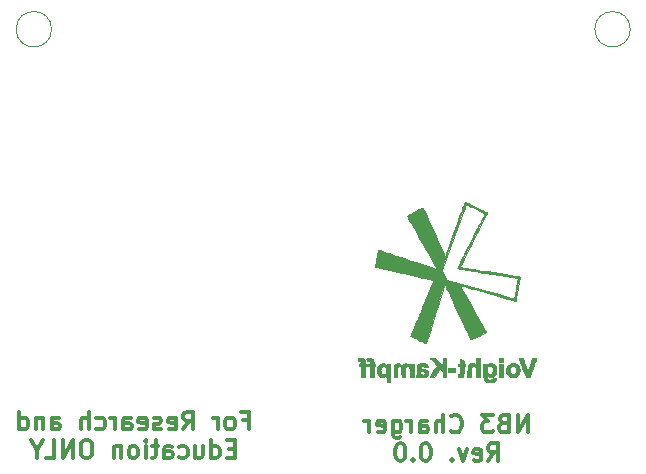
<source format=gbo>
G04 #@! TF.GenerationSoftware,KiCad,Pcbnew,8.0.8*
G04 #@! TF.CreationDate,2025-02-18T17:40:16+00:00*
G04 #@! TF.ProjectId,NB3_charger,4e42335f-6368-4617-9267-65722e6b6963,0.0.0*
G04 #@! TF.SameCoordinates,PX67794f8PYa78cb34*
G04 #@! TF.FileFunction,Legend,Bot*
G04 #@! TF.FilePolarity,Positive*
%FSLAX46Y46*%
G04 Gerber Fmt 4.6, Leading zero omitted, Abs format (unit mm)*
G04 Created by KiCad (PCBNEW 8.0.8) date 2025-02-18 17:40:16*
%MOMM*%
%LPD*%
G01*
G04 APERTURE LIST*
%ADD10C,0.120000*%
%ADD11C,0.300000*%
%ADD12C,0.010000*%
G04 APERTURE END LIST*
D10*
X-23000000Y63000000D02*
G75*
G02*
X-26000000Y63000000I-1500000J0D01*
G01*
X-26000000Y63000000D02*
G75*
G02*
X-23000000Y63000000I1500000J0D01*
G01*
X26000000Y63000000D02*
G75*
G02*
X23000000Y63000000I-1500000J0D01*
G01*
X23000000Y63000000D02*
G75*
G02*
X26000000Y63000000I1500000J0D01*
G01*
D11*
X-6785715Y29899802D02*
X-6285715Y29899802D01*
X-6285715Y29114088D02*
X-6285715Y30614088D01*
X-6285715Y30614088D02*
X-7000001Y30614088D01*
X-7785715Y29114088D02*
X-7642858Y29185516D01*
X-7642858Y29185516D02*
X-7571429Y29256945D01*
X-7571429Y29256945D02*
X-7500001Y29399802D01*
X-7500001Y29399802D02*
X-7500001Y29828374D01*
X-7500001Y29828374D02*
X-7571429Y29971231D01*
X-7571429Y29971231D02*
X-7642858Y30042659D01*
X-7642858Y30042659D02*
X-7785715Y30114088D01*
X-7785715Y30114088D02*
X-8000001Y30114088D01*
X-8000001Y30114088D02*
X-8142858Y30042659D01*
X-8142858Y30042659D02*
X-8214286Y29971231D01*
X-8214286Y29971231D02*
X-8285715Y29828374D01*
X-8285715Y29828374D02*
X-8285715Y29399802D01*
X-8285715Y29399802D02*
X-8214286Y29256945D01*
X-8214286Y29256945D02*
X-8142858Y29185516D01*
X-8142858Y29185516D02*
X-8000001Y29114088D01*
X-8000001Y29114088D02*
X-7785715Y29114088D01*
X-8928572Y29114088D02*
X-8928572Y30114088D01*
X-8928572Y29828374D02*
X-9000001Y29971231D01*
X-9000001Y29971231D02*
X-9071429Y30042659D01*
X-9071429Y30042659D02*
X-9214287Y30114088D01*
X-9214287Y30114088D02*
X-9357144Y30114088D01*
X-11857143Y29114088D02*
X-11357143Y29828374D01*
X-11000000Y29114088D02*
X-11000000Y30614088D01*
X-11000000Y30614088D02*
X-11571429Y30614088D01*
X-11571429Y30614088D02*
X-11714286Y30542659D01*
X-11714286Y30542659D02*
X-11785715Y30471231D01*
X-11785715Y30471231D02*
X-11857143Y30328374D01*
X-11857143Y30328374D02*
X-11857143Y30114088D01*
X-11857143Y30114088D02*
X-11785715Y29971231D01*
X-11785715Y29971231D02*
X-11714286Y29899802D01*
X-11714286Y29899802D02*
X-11571429Y29828374D01*
X-11571429Y29828374D02*
X-11000000Y29828374D01*
X-13071429Y29185516D02*
X-12928572Y29114088D01*
X-12928572Y29114088D02*
X-12642857Y29114088D01*
X-12642857Y29114088D02*
X-12500000Y29185516D01*
X-12500000Y29185516D02*
X-12428572Y29328374D01*
X-12428572Y29328374D02*
X-12428572Y29899802D01*
X-12428572Y29899802D02*
X-12500000Y30042659D01*
X-12500000Y30042659D02*
X-12642857Y30114088D01*
X-12642857Y30114088D02*
X-12928572Y30114088D01*
X-12928572Y30114088D02*
X-13071429Y30042659D01*
X-13071429Y30042659D02*
X-13142857Y29899802D01*
X-13142857Y29899802D02*
X-13142857Y29756945D01*
X-13142857Y29756945D02*
X-12428572Y29614088D01*
X-13714286Y29185516D02*
X-13857143Y29114088D01*
X-13857143Y29114088D02*
X-14142857Y29114088D01*
X-14142857Y29114088D02*
X-14285714Y29185516D01*
X-14285714Y29185516D02*
X-14357143Y29328374D01*
X-14357143Y29328374D02*
X-14357143Y29399802D01*
X-14357143Y29399802D02*
X-14285714Y29542659D01*
X-14285714Y29542659D02*
X-14142857Y29614088D01*
X-14142857Y29614088D02*
X-13928571Y29614088D01*
X-13928571Y29614088D02*
X-13785714Y29685516D01*
X-13785714Y29685516D02*
X-13714286Y29828374D01*
X-13714286Y29828374D02*
X-13714286Y29899802D01*
X-13714286Y29899802D02*
X-13785714Y30042659D01*
X-13785714Y30042659D02*
X-13928571Y30114088D01*
X-13928571Y30114088D02*
X-14142857Y30114088D01*
X-14142857Y30114088D02*
X-14285714Y30042659D01*
X-15571429Y29185516D02*
X-15428572Y29114088D01*
X-15428572Y29114088D02*
X-15142857Y29114088D01*
X-15142857Y29114088D02*
X-15000000Y29185516D01*
X-15000000Y29185516D02*
X-14928572Y29328374D01*
X-14928572Y29328374D02*
X-14928572Y29899802D01*
X-14928572Y29899802D02*
X-15000000Y30042659D01*
X-15000000Y30042659D02*
X-15142857Y30114088D01*
X-15142857Y30114088D02*
X-15428572Y30114088D01*
X-15428572Y30114088D02*
X-15571429Y30042659D01*
X-15571429Y30042659D02*
X-15642857Y29899802D01*
X-15642857Y29899802D02*
X-15642857Y29756945D01*
X-15642857Y29756945D02*
X-14928572Y29614088D01*
X-16928571Y29114088D02*
X-16928571Y29899802D01*
X-16928571Y29899802D02*
X-16857143Y30042659D01*
X-16857143Y30042659D02*
X-16714286Y30114088D01*
X-16714286Y30114088D02*
X-16428571Y30114088D01*
X-16428571Y30114088D02*
X-16285714Y30042659D01*
X-16928571Y29185516D02*
X-16785714Y29114088D01*
X-16785714Y29114088D02*
X-16428571Y29114088D01*
X-16428571Y29114088D02*
X-16285714Y29185516D01*
X-16285714Y29185516D02*
X-16214286Y29328374D01*
X-16214286Y29328374D02*
X-16214286Y29471231D01*
X-16214286Y29471231D02*
X-16285714Y29614088D01*
X-16285714Y29614088D02*
X-16428571Y29685516D01*
X-16428571Y29685516D02*
X-16785714Y29685516D01*
X-16785714Y29685516D02*
X-16928571Y29756945D01*
X-17642857Y29114088D02*
X-17642857Y30114088D01*
X-17642857Y29828374D02*
X-17714286Y29971231D01*
X-17714286Y29971231D02*
X-17785714Y30042659D01*
X-17785714Y30042659D02*
X-17928572Y30114088D01*
X-17928572Y30114088D02*
X-18071429Y30114088D01*
X-19214285Y29185516D02*
X-19071428Y29114088D01*
X-19071428Y29114088D02*
X-18785714Y29114088D01*
X-18785714Y29114088D02*
X-18642857Y29185516D01*
X-18642857Y29185516D02*
X-18571428Y29256945D01*
X-18571428Y29256945D02*
X-18500000Y29399802D01*
X-18500000Y29399802D02*
X-18500000Y29828374D01*
X-18500000Y29828374D02*
X-18571428Y29971231D01*
X-18571428Y29971231D02*
X-18642857Y30042659D01*
X-18642857Y30042659D02*
X-18785714Y30114088D01*
X-18785714Y30114088D02*
X-19071428Y30114088D01*
X-19071428Y30114088D02*
X-19214285Y30042659D01*
X-19857142Y29114088D02*
X-19857142Y30614088D01*
X-20499999Y29114088D02*
X-20499999Y29899802D01*
X-20499999Y29899802D02*
X-20428571Y30042659D01*
X-20428571Y30042659D02*
X-20285714Y30114088D01*
X-20285714Y30114088D02*
X-20071428Y30114088D01*
X-20071428Y30114088D02*
X-19928571Y30042659D01*
X-19928571Y30042659D02*
X-19857142Y29971231D01*
X-22999999Y29114088D02*
X-22999999Y29899802D01*
X-22999999Y29899802D02*
X-22928571Y30042659D01*
X-22928571Y30042659D02*
X-22785714Y30114088D01*
X-22785714Y30114088D02*
X-22499999Y30114088D01*
X-22499999Y30114088D02*
X-22357142Y30042659D01*
X-22999999Y29185516D02*
X-22857142Y29114088D01*
X-22857142Y29114088D02*
X-22499999Y29114088D01*
X-22499999Y29114088D02*
X-22357142Y29185516D01*
X-22357142Y29185516D02*
X-22285714Y29328374D01*
X-22285714Y29328374D02*
X-22285714Y29471231D01*
X-22285714Y29471231D02*
X-22357142Y29614088D01*
X-22357142Y29614088D02*
X-22499999Y29685516D01*
X-22499999Y29685516D02*
X-22857142Y29685516D01*
X-22857142Y29685516D02*
X-22999999Y29756945D01*
X-23714285Y30114088D02*
X-23714285Y29114088D01*
X-23714285Y29971231D02*
X-23785714Y30042659D01*
X-23785714Y30042659D02*
X-23928571Y30114088D01*
X-23928571Y30114088D02*
X-24142857Y30114088D01*
X-24142857Y30114088D02*
X-24285714Y30042659D01*
X-24285714Y30042659D02*
X-24357142Y29899802D01*
X-24357142Y29899802D02*
X-24357142Y29114088D01*
X-25714285Y29114088D02*
X-25714285Y30614088D01*
X-25714285Y29185516D02*
X-25571428Y29114088D01*
X-25571428Y29114088D02*
X-25285714Y29114088D01*
X-25285714Y29114088D02*
X-25142857Y29185516D01*
X-25142857Y29185516D02*
X-25071428Y29256945D01*
X-25071428Y29256945D02*
X-25000000Y29399802D01*
X-25000000Y29399802D02*
X-25000000Y29828374D01*
X-25000000Y29828374D02*
X-25071428Y29971231D01*
X-25071428Y29971231D02*
X-25142857Y30042659D01*
X-25142857Y30042659D02*
X-25285714Y30114088D01*
X-25285714Y30114088D02*
X-25571428Y30114088D01*
X-25571428Y30114088D02*
X-25714285Y30042659D01*
X-7464285Y27484886D02*
X-7964285Y27484886D01*
X-8178571Y26699172D02*
X-7464285Y26699172D01*
X-7464285Y26699172D02*
X-7464285Y28199172D01*
X-7464285Y28199172D02*
X-8178571Y28199172D01*
X-9464285Y26699172D02*
X-9464285Y28199172D01*
X-9464285Y26770600D02*
X-9321428Y26699172D01*
X-9321428Y26699172D02*
X-9035714Y26699172D01*
X-9035714Y26699172D02*
X-8892857Y26770600D01*
X-8892857Y26770600D02*
X-8821428Y26842029D01*
X-8821428Y26842029D02*
X-8750000Y26984886D01*
X-8750000Y26984886D02*
X-8750000Y27413458D01*
X-8750000Y27413458D02*
X-8821428Y27556315D01*
X-8821428Y27556315D02*
X-8892857Y27627743D01*
X-8892857Y27627743D02*
X-9035714Y27699172D01*
X-9035714Y27699172D02*
X-9321428Y27699172D01*
X-9321428Y27699172D02*
X-9464285Y27627743D01*
X-10821428Y27699172D02*
X-10821428Y26699172D01*
X-10178571Y27699172D02*
X-10178571Y26913458D01*
X-10178571Y26913458D02*
X-10250000Y26770600D01*
X-10250000Y26770600D02*
X-10392857Y26699172D01*
X-10392857Y26699172D02*
X-10607143Y26699172D01*
X-10607143Y26699172D02*
X-10750000Y26770600D01*
X-10750000Y26770600D02*
X-10821428Y26842029D01*
X-12178571Y26770600D02*
X-12035714Y26699172D01*
X-12035714Y26699172D02*
X-11750000Y26699172D01*
X-11750000Y26699172D02*
X-11607143Y26770600D01*
X-11607143Y26770600D02*
X-11535714Y26842029D01*
X-11535714Y26842029D02*
X-11464286Y26984886D01*
X-11464286Y26984886D02*
X-11464286Y27413458D01*
X-11464286Y27413458D02*
X-11535714Y27556315D01*
X-11535714Y27556315D02*
X-11607143Y27627743D01*
X-11607143Y27627743D02*
X-11750000Y27699172D01*
X-11750000Y27699172D02*
X-12035714Y27699172D01*
X-12035714Y27699172D02*
X-12178571Y27627743D01*
X-13464285Y26699172D02*
X-13464285Y27484886D01*
X-13464285Y27484886D02*
X-13392857Y27627743D01*
X-13392857Y27627743D02*
X-13250000Y27699172D01*
X-13250000Y27699172D02*
X-12964285Y27699172D01*
X-12964285Y27699172D02*
X-12821428Y27627743D01*
X-13464285Y26770600D02*
X-13321428Y26699172D01*
X-13321428Y26699172D02*
X-12964285Y26699172D01*
X-12964285Y26699172D02*
X-12821428Y26770600D01*
X-12821428Y26770600D02*
X-12750000Y26913458D01*
X-12750000Y26913458D02*
X-12750000Y27056315D01*
X-12750000Y27056315D02*
X-12821428Y27199172D01*
X-12821428Y27199172D02*
X-12964285Y27270600D01*
X-12964285Y27270600D02*
X-13321428Y27270600D01*
X-13321428Y27270600D02*
X-13464285Y27342029D01*
X-13964286Y27699172D02*
X-14535714Y27699172D01*
X-14178571Y28199172D02*
X-14178571Y26913458D01*
X-14178571Y26913458D02*
X-14250000Y26770600D01*
X-14250000Y26770600D02*
X-14392857Y26699172D01*
X-14392857Y26699172D02*
X-14535714Y26699172D01*
X-15035714Y26699172D02*
X-15035714Y27699172D01*
X-15035714Y28199172D02*
X-14964286Y28127743D01*
X-14964286Y28127743D02*
X-15035714Y28056315D01*
X-15035714Y28056315D02*
X-15107143Y28127743D01*
X-15107143Y28127743D02*
X-15035714Y28199172D01*
X-15035714Y28199172D02*
X-15035714Y28056315D01*
X-15964286Y26699172D02*
X-15821429Y26770600D01*
X-15821429Y26770600D02*
X-15750000Y26842029D01*
X-15750000Y26842029D02*
X-15678572Y26984886D01*
X-15678572Y26984886D02*
X-15678572Y27413458D01*
X-15678572Y27413458D02*
X-15750000Y27556315D01*
X-15750000Y27556315D02*
X-15821429Y27627743D01*
X-15821429Y27627743D02*
X-15964286Y27699172D01*
X-15964286Y27699172D02*
X-16178572Y27699172D01*
X-16178572Y27699172D02*
X-16321429Y27627743D01*
X-16321429Y27627743D02*
X-16392857Y27556315D01*
X-16392857Y27556315D02*
X-16464286Y27413458D01*
X-16464286Y27413458D02*
X-16464286Y26984886D01*
X-16464286Y26984886D02*
X-16392857Y26842029D01*
X-16392857Y26842029D02*
X-16321429Y26770600D01*
X-16321429Y26770600D02*
X-16178572Y26699172D01*
X-16178572Y26699172D02*
X-15964286Y26699172D01*
X-17107143Y27699172D02*
X-17107143Y26699172D01*
X-17107143Y27556315D02*
X-17178572Y27627743D01*
X-17178572Y27627743D02*
X-17321429Y27699172D01*
X-17321429Y27699172D02*
X-17535715Y27699172D01*
X-17535715Y27699172D02*
X-17678572Y27627743D01*
X-17678572Y27627743D02*
X-17750000Y27484886D01*
X-17750000Y27484886D02*
X-17750000Y26699172D01*
X-19892858Y28199172D02*
X-20178572Y28199172D01*
X-20178572Y28199172D02*
X-20321429Y28127743D01*
X-20321429Y28127743D02*
X-20464286Y27984886D01*
X-20464286Y27984886D02*
X-20535715Y27699172D01*
X-20535715Y27699172D02*
X-20535715Y27199172D01*
X-20535715Y27199172D02*
X-20464286Y26913458D01*
X-20464286Y26913458D02*
X-20321429Y26770600D01*
X-20321429Y26770600D02*
X-20178572Y26699172D01*
X-20178572Y26699172D02*
X-19892858Y26699172D01*
X-19892858Y26699172D02*
X-19750000Y26770600D01*
X-19750000Y26770600D02*
X-19607143Y26913458D01*
X-19607143Y26913458D02*
X-19535715Y27199172D01*
X-19535715Y27199172D02*
X-19535715Y27699172D01*
X-19535715Y27699172D02*
X-19607143Y27984886D01*
X-19607143Y27984886D02*
X-19750000Y28127743D01*
X-19750000Y28127743D02*
X-19892858Y28199172D01*
X-21178572Y26699172D02*
X-21178572Y28199172D01*
X-21178572Y28199172D02*
X-22035715Y26699172D01*
X-22035715Y26699172D02*
X-22035715Y28199172D01*
X-23464287Y26699172D02*
X-22750001Y26699172D01*
X-22750001Y26699172D02*
X-22750001Y28199172D01*
X-24250002Y27413458D02*
X-24250002Y26699172D01*
X-23750002Y28199172D02*
X-24250002Y27413458D01*
X-24250002Y27413458D02*
X-24750002Y28199172D01*
X17321428Y28864088D02*
X17321428Y30364088D01*
X17321428Y30364088D02*
X16464285Y28864088D01*
X16464285Y28864088D02*
X16464285Y30364088D01*
X15249999Y29649802D02*
X15035713Y29578374D01*
X15035713Y29578374D02*
X14964284Y29506945D01*
X14964284Y29506945D02*
X14892856Y29364088D01*
X14892856Y29364088D02*
X14892856Y29149802D01*
X14892856Y29149802D02*
X14964284Y29006945D01*
X14964284Y29006945D02*
X15035713Y28935516D01*
X15035713Y28935516D02*
X15178570Y28864088D01*
X15178570Y28864088D02*
X15749999Y28864088D01*
X15749999Y28864088D02*
X15749999Y30364088D01*
X15749999Y30364088D02*
X15249999Y30364088D01*
X15249999Y30364088D02*
X15107142Y30292659D01*
X15107142Y30292659D02*
X15035713Y30221231D01*
X15035713Y30221231D02*
X14964284Y30078374D01*
X14964284Y30078374D02*
X14964284Y29935516D01*
X14964284Y29935516D02*
X15035713Y29792659D01*
X15035713Y29792659D02*
X15107142Y29721231D01*
X15107142Y29721231D02*
X15249999Y29649802D01*
X15249999Y29649802D02*
X15749999Y29649802D01*
X14392856Y30364088D02*
X13464284Y30364088D01*
X13464284Y30364088D02*
X13964284Y29792659D01*
X13964284Y29792659D02*
X13749999Y29792659D01*
X13749999Y29792659D02*
X13607142Y29721231D01*
X13607142Y29721231D02*
X13535713Y29649802D01*
X13535713Y29649802D02*
X13464284Y29506945D01*
X13464284Y29506945D02*
X13464284Y29149802D01*
X13464284Y29149802D02*
X13535713Y29006945D01*
X13535713Y29006945D02*
X13607142Y28935516D01*
X13607142Y28935516D02*
X13749999Y28864088D01*
X13749999Y28864088D02*
X14178570Y28864088D01*
X14178570Y28864088D02*
X14321427Y28935516D01*
X14321427Y28935516D02*
X14392856Y29006945D01*
X10821428Y29006945D02*
X10892856Y28935516D01*
X10892856Y28935516D02*
X11107142Y28864088D01*
X11107142Y28864088D02*
X11249999Y28864088D01*
X11249999Y28864088D02*
X11464285Y28935516D01*
X11464285Y28935516D02*
X11607142Y29078374D01*
X11607142Y29078374D02*
X11678571Y29221231D01*
X11678571Y29221231D02*
X11749999Y29506945D01*
X11749999Y29506945D02*
X11749999Y29721231D01*
X11749999Y29721231D02*
X11678571Y30006945D01*
X11678571Y30006945D02*
X11607142Y30149802D01*
X11607142Y30149802D02*
X11464285Y30292659D01*
X11464285Y30292659D02*
X11249999Y30364088D01*
X11249999Y30364088D02*
X11107142Y30364088D01*
X11107142Y30364088D02*
X10892856Y30292659D01*
X10892856Y30292659D02*
X10821428Y30221231D01*
X10178571Y28864088D02*
X10178571Y30364088D01*
X9535714Y28864088D02*
X9535714Y29649802D01*
X9535714Y29649802D02*
X9607142Y29792659D01*
X9607142Y29792659D02*
X9749999Y29864088D01*
X9749999Y29864088D02*
X9964285Y29864088D01*
X9964285Y29864088D02*
X10107142Y29792659D01*
X10107142Y29792659D02*
X10178571Y29721231D01*
X8178571Y28864088D02*
X8178571Y29649802D01*
X8178571Y29649802D02*
X8249999Y29792659D01*
X8249999Y29792659D02*
X8392856Y29864088D01*
X8392856Y29864088D02*
X8678571Y29864088D01*
X8678571Y29864088D02*
X8821428Y29792659D01*
X8178571Y28935516D02*
X8321428Y28864088D01*
X8321428Y28864088D02*
X8678571Y28864088D01*
X8678571Y28864088D02*
X8821428Y28935516D01*
X8821428Y28935516D02*
X8892856Y29078374D01*
X8892856Y29078374D02*
X8892856Y29221231D01*
X8892856Y29221231D02*
X8821428Y29364088D01*
X8821428Y29364088D02*
X8678571Y29435516D01*
X8678571Y29435516D02*
X8321428Y29435516D01*
X8321428Y29435516D02*
X8178571Y29506945D01*
X7464285Y28864088D02*
X7464285Y29864088D01*
X7464285Y29578374D02*
X7392856Y29721231D01*
X7392856Y29721231D02*
X7321428Y29792659D01*
X7321428Y29792659D02*
X7178570Y29864088D01*
X7178570Y29864088D02*
X7035713Y29864088D01*
X5892857Y29864088D02*
X5892857Y28649802D01*
X5892857Y28649802D02*
X5964285Y28506945D01*
X5964285Y28506945D02*
X6035714Y28435516D01*
X6035714Y28435516D02*
X6178571Y28364088D01*
X6178571Y28364088D02*
X6392857Y28364088D01*
X6392857Y28364088D02*
X6535714Y28435516D01*
X5892857Y28935516D02*
X6035714Y28864088D01*
X6035714Y28864088D02*
X6321428Y28864088D01*
X6321428Y28864088D02*
X6464285Y28935516D01*
X6464285Y28935516D02*
X6535714Y29006945D01*
X6535714Y29006945D02*
X6607142Y29149802D01*
X6607142Y29149802D02*
X6607142Y29578374D01*
X6607142Y29578374D02*
X6535714Y29721231D01*
X6535714Y29721231D02*
X6464285Y29792659D01*
X6464285Y29792659D02*
X6321428Y29864088D01*
X6321428Y29864088D02*
X6035714Y29864088D01*
X6035714Y29864088D02*
X5892857Y29792659D01*
X4607142Y28935516D02*
X4749999Y28864088D01*
X4749999Y28864088D02*
X5035714Y28864088D01*
X5035714Y28864088D02*
X5178571Y28935516D01*
X5178571Y28935516D02*
X5249999Y29078374D01*
X5249999Y29078374D02*
X5249999Y29649802D01*
X5249999Y29649802D02*
X5178571Y29792659D01*
X5178571Y29792659D02*
X5035714Y29864088D01*
X5035714Y29864088D02*
X4749999Y29864088D01*
X4749999Y29864088D02*
X4607142Y29792659D01*
X4607142Y29792659D02*
X4535714Y29649802D01*
X4535714Y29649802D02*
X4535714Y29506945D01*
X4535714Y29506945D02*
X5249999Y29364088D01*
X3892857Y28864088D02*
X3892857Y29864088D01*
X3892857Y29578374D02*
X3821428Y29721231D01*
X3821428Y29721231D02*
X3750000Y29792659D01*
X3750000Y29792659D02*
X3607142Y29864088D01*
X3607142Y29864088D02*
X3464285Y29864088D01*
X13964285Y26449172D02*
X14464285Y27163458D01*
X14821428Y26449172D02*
X14821428Y27949172D01*
X14821428Y27949172D02*
X14249999Y27949172D01*
X14249999Y27949172D02*
X14107142Y27877743D01*
X14107142Y27877743D02*
X14035713Y27806315D01*
X14035713Y27806315D02*
X13964285Y27663458D01*
X13964285Y27663458D02*
X13964285Y27449172D01*
X13964285Y27449172D02*
X14035713Y27306315D01*
X14035713Y27306315D02*
X14107142Y27234886D01*
X14107142Y27234886D02*
X14249999Y27163458D01*
X14249999Y27163458D02*
X14821428Y27163458D01*
X12749999Y26520600D02*
X12892856Y26449172D01*
X12892856Y26449172D02*
X13178571Y26449172D01*
X13178571Y26449172D02*
X13321428Y26520600D01*
X13321428Y26520600D02*
X13392856Y26663458D01*
X13392856Y26663458D02*
X13392856Y27234886D01*
X13392856Y27234886D02*
X13321428Y27377743D01*
X13321428Y27377743D02*
X13178571Y27449172D01*
X13178571Y27449172D02*
X12892856Y27449172D01*
X12892856Y27449172D02*
X12749999Y27377743D01*
X12749999Y27377743D02*
X12678571Y27234886D01*
X12678571Y27234886D02*
X12678571Y27092029D01*
X12678571Y27092029D02*
X13392856Y26949172D01*
X12178571Y27449172D02*
X11821428Y26449172D01*
X11821428Y26449172D02*
X11464285Y27449172D01*
X10892857Y26592029D02*
X10821428Y26520600D01*
X10821428Y26520600D02*
X10892857Y26449172D01*
X10892857Y26449172D02*
X10964285Y26520600D01*
X10964285Y26520600D02*
X10892857Y26592029D01*
X10892857Y26592029D02*
X10892857Y26449172D01*
X8749999Y27949172D02*
X8607142Y27949172D01*
X8607142Y27949172D02*
X8464285Y27877743D01*
X8464285Y27877743D02*
X8392857Y27806315D01*
X8392857Y27806315D02*
X8321428Y27663458D01*
X8321428Y27663458D02*
X8249999Y27377743D01*
X8249999Y27377743D02*
X8249999Y27020600D01*
X8249999Y27020600D02*
X8321428Y26734886D01*
X8321428Y26734886D02*
X8392857Y26592029D01*
X8392857Y26592029D02*
X8464285Y26520600D01*
X8464285Y26520600D02*
X8607142Y26449172D01*
X8607142Y26449172D02*
X8749999Y26449172D01*
X8749999Y26449172D02*
X8892857Y26520600D01*
X8892857Y26520600D02*
X8964285Y26592029D01*
X8964285Y26592029D02*
X9035714Y26734886D01*
X9035714Y26734886D02*
X9107142Y27020600D01*
X9107142Y27020600D02*
X9107142Y27377743D01*
X9107142Y27377743D02*
X9035714Y27663458D01*
X9035714Y27663458D02*
X8964285Y27806315D01*
X8964285Y27806315D02*
X8892857Y27877743D01*
X8892857Y27877743D02*
X8749999Y27949172D01*
X7607143Y26592029D02*
X7535714Y26520600D01*
X7535714Y26520600D02*
X7607143Y26449172D01*
X7607143Y26449172D02*
X7678571Y26520600D01*
X7678571Y26520600D02*
X7607143Y26592029D01*
X7607143Y26592029D02*
X7607143Y26449172D01*
X6607142Y27949172D02*
X6464285Y27949172D01*
X6464285Y27949172D02*
X6321428Y27877743D01*
X6321428Y27877743D02*
X6250000Y27806315D01*
X6250000Y27806315D02*
X6178571Y27663458D01*
X6178571Y27663458D02*
X6107142Y27377743D01*
X6107142Y27377743D02*
X6107142Y27020600D01*
X6107142Y27020600D02*
X6178571Y26734886D01*
X6178571Y26734886D02*
X6250000Y26592029D01*
X6250000Y26592029D02*
X6321428Y26520600D01*
X6321428Y26520600D02*
X6464285Y26449172D01*
X6464285Y26449172D02*
X6607142Y26449172D01*
X6607142Y26449172D02*
X6750000Y26520600D01*
X6750000Y26520600D02*
X6821428Y26592029D01*
X6821428Y26592029D02*
X6892857Y26734886D01*
X6892857Y26734886D02*
X6964285Y27020600D01*
X6964285Y27020600D02*
X6964285Y27377743D01*
X6964285Y27377743D02*
X6892857Y27663458D01*
X6892857Y27663458D02*
X6821428Y27806315D01*
X6821428Y27806315D02*
X6750000Y27877743D01*
X6750000Y27877743D02*
X6607142Y27949172D01*
D12*
X11194532Y33978320D02*
X10599219Y33978320D01*
X10599219Y34275977D01*
X11194532Y34275977D01*
X11194532Y33978320D01*
G36*
X11194532Y33978320D02*
G01*
X10599219Y33978320D01*
X10599219Y34275977D01*
X11194532Y34275977D01*
X11194532Y33978320D01*
G37*
X15212891Y34846484D02*
X14915235Y34846484D01*
X14915235Y35144141D01*
X15212891Y35144141D01*
X15212891Y34846484D01*
G36*
X15212891Y34846484D02*
G01*
X14915235Y34846484D01*
X14915235Y35144141D01*
X15212891Y35144141D01*
X15212891Y34846484D01*
G37*
X15212891Y33556641D02*
X14915235Y33556641D01*
X14915235Y34697656D01*
X15212891Y34697656D01*
X15212891Y33556641D01*
G36*
X15212891Y33556641D02*
G01*
X14915235Y33556641D01*
X14915235Y34697656D01*
X15212891Y34697656D01*
X15212891Y33556641D01*
G37*
X3222635Y35157835D02*
X3298684Y35146283D01*
X3368091Y35121707D01*
X3449120Y35063464D01*
X3498848Y34975057D01*
X3523067Y34848807D01*
X3536773Y34697656D01*
X3706234Y34697656D01*
X3698674Y34579834D01*
X3694926Y34531165D01*
X3684262Y34483210D01*
X3659400Y34462240D01*
X3610498Y34454239D01*
X3529883Y34446466D01*
X3529883Y33556641D01*
X3232227Y33556641D01*
X3232227Y34449609D01*
X3008985Y34449609D01*
X3008985Y34697656D01*
X3120606Y34697656D01*
X3152680Y34697921D01*
X3205759Y34703464D01*
X3227832Y34722056D01*
X3232227Y34761299D01*
X3231345Y34789429D01*
X3211331Y34866700D01*
X3160100Y34908407D01*
X3071248Y34920898D01*
X3032954Y34921294D01*
X2982789Y34928536D01*
X2958919Y34953256D01*
X2945638Y35006105D01*
X2944283Y35013733D01*
X2938709Y35076540D01*
X2944542Y35115403D01*
X2977632Y35135508D01*
X3046125Y35151054D01*
X3133121Y35158961D01*
X3222635Y35157835D01*
G36*
X3222635Y35157835D02*
G01*
X3298684Y35146283D01*
X3368091Y35121707D01*
X3449120Y35063464D01*
X3498848Y34975057D01*
X3523067Y34848807D01*
X3536773Y34697656D01*
X3706234Y34697656D01*
X3698674Y34579834D01*
X3694926Y34531165D01*
X3684262Y34483210D01*
X3659400Y34462240D01*
X3610498Y34454239D01*
X3529883Y34446466D01*
X3529883Y33556641D01*
X3232227Y33556641D01*
X3232227Y34449609D01*
X3008985Y34449609D01*
X3008985Y34697656D01*
X3120606Y34697656D01*
X3152680Y34697921D01*
X3205759Y34703464D01*
X3227832Y34722056D01*
X3232227Y34761299D01*
X3231345Y34789429D01*
X3211331Y34866700D01*
X3160100Y34908407D01*
X3071248Y34920898D01*
X3032954Y34921294D01*
X2982789Y34928536D01*
X2958919Y34953256D01*
X2945638Y35006105D01*
X2944283Y35013733D01*
X2938709Y35076540D01*
X2944542Y35115403D01*
X2977632Y35135508D01*
X3046125Y35151054D01*
X3133121Y35158961D01*
X3222635Y35157835D01*
G37*
X13253321Y33556641D02*
X12960023Y33556641D01*
X12951643Y33952998D01*
X12948652Y34087030D01*
X12945026Y34198413D01*
X12939791Y34276069D01*
X12931562Y34328402D01*
X12918953Y34363819D01*
X12900577Y34390724D01*
X12875049Y34417522D01*
X12865800Y34426494D01*
X12795511Y34472762D01*
X12708294Y34485689D01*
X12690482Y34485259D01*
X12623340Y34475942D01*
X12582342Y34458280D01*
X12562914Y34430264D01*
X12539240Y34358174D01*
X12522809Y34247832D01*
X12513144Y34095566D01*
X12509772Y33897705D01*
X12509180Y33556641D01*
X12207584Y33556641D01*
X12215755Y34009326D01*
X12219000Y34158825D01*
X12223704Y34290283D01*
X12230184Y34386629D01*
X12239198Y34455603D01*
X12251501Y34504944D01*
X12267851Y34542393D01*
X12284585Y34569797D01*
X12370400Y34656105D01*
X12481065Y34707347D01*
X12606999Y34722029D01*
X12738622Y34698657D01*
X12866353Y34635736D01*
X12955664Y34575128D01*
X12955664Y35144141D01*
X13253321Y35144141D01*
X13253321Y33556641D01*
G36*
X13253321Y33556641D02*
G01*
X12960023Y33556641D01*
X12951643Y33952998D01*
X12948652Y34087030D01*
X12945026Y34198413D01*
X12939791Y34276069D01*
X12931562Y34328402D01*
X12918953Y34363819D01*
X12900577Y34390724D01*
X12875049Y34417522D01*
X12865800Y34426494D01*
X12795511Y34472762D01*
X12708294Y34485689D01*
X12690482Y34485259D01*
X12623340Y34475942D01*
X12582342Y34458280D01*
X12562914Y34430264D01*
X12539240Y34358174D01*
X12522809Y34247832D01*
X12513144Y34095566D01*
X12509772Y33897705D01*
X12509180Y33556641D01*
X12207584Y33556641D01*
X12215755Y34009326D01*
X12219000Y34158825D01*
X12223704Y34290283D01*
X12230184Y34386629D01*
X12239198Y34455603D01*
X12251501Y34504944D01*
X12267851Y34542393D01*
X12284585Y34569797D01*
X12370400Y34656105D01*
X12481065Y34707347D01*
X12606999Y34722029D01*
X12738622Y34698657D01*
X12866353Y34635736D01*
X12955664Y34575128D01*
X12955664Y35144141D01*
X13253321Y35144141D01*
X13253321Y33556641D01*
G37*
X4001311Y35153421D02*
X4083584Y35123840D01*
X4110113Y35111668D01*
X4176710Y35071962D01*
X4218673Y35022309D01*
X4244321Y34949490D01*
X4261970Y34840283D01*
X4273324Y34761145D01*
X4287172Y34717996D01*
X4310696Y34700772D01*
X4351296Y34697656D01*
X4385388Y34696290D01*
X4411119Y34683696D01*
X4421148Y34647072D01*
X4422852Y34573633D01*
X4422016Y34512387D01*
X4414456Y34468979D01*
X4392489Y34452319D01*
X4348438Y34449609D01*
X4274024Y34449609D01*
X4274024Y33556641D01*
X3951563Y33556641D01*
X3951563Y34446757D01*
X3846143Y34454384D01*
X3740723Y34462012D01*
X3725603Y34697656D01*
X3954415Y34697656D01*
X3939161Y34908496D01*
X3816025Y34920898D01*
X3762490Y34927111D01*
X3713378Y34940482D01*
X3689258Y34967834D01*
X3675388Y35019504D01*
X3673484Y35029313D01*
X3665832Y35089116D01*
X3668254Y35122484D01*
X3688002Y35131654D01*
X3745363Y35144586D01*
X3825212Y35156273D01*
X3921436Y35162879D01*
X4001311Y35153421D01*
G36*
X4001311Y35153421D02*
G01*
X4083584Y35123840D01*
X4110113Y35111668D01*
X4176710Y35071962D01*
X4218673Y35022309D01*
X4244321Y34949490D01*
X4261970Y34840283D01*
X4273324Y34761145D01*
X4287172Y34717996D01*
X4310696Y34700772D01*
X4351296Y34697656D01*
X4385388Y34696290D01*
X4411119Y34683696D01*
X4421148Y34647072D01*
X4422852Y34573633D01*
X4422016Y34512387D01*
X4414456Y34468979D01*
X4392489Y34452319D01*
X4348438Y34449609D01*
X4274024Y34449609D01*
X4274024Y33556641D01*
X3951563Y33556641D01*
X3951563Y34446757D01*
X3846143Y34454384D01*
X3740723Y34462012D01*
X3725603Y34697656D01*
X3954415Y34697656D01*
X3939161Y34908496D01*
X3816025Y34920898D01*
X3762490Y34927111D01*
X3713378Y34940482D01*
X3689258Y34967834D01*
X3675388Y35019504D01*
X3673484Y35029313D01*
X3665832Y35089116D01*
X3668254Y35122484D01*
X3688002Y35131654D01*
X3745363Y35144586D01*
X3825212Y35156273D01*
X3921436Y35162879D01*
X4001311Y35153421D01*
G37*
X11740235Y35016071D02*
X11889063Y34934252D01*
X11889063Y34815954D01*
X11889696Y34763369D01*
X11896817Y34718133D01*
X11918665Y34700593D01*
X11963477Y34697656D01*
X12000224Y34696264D01*
X12026269Y34683663D01*
X12036265Y34647052D01*
X12037891Y34573633D01*
X12037055Y34512387D01*
X12029495Y34468979D01*
X12007528Y34452319D01*
X11963477Y34449609D01*
X11889063Y34449609D01*
X11888184Y34083740D01*
X11887964Y34033685D01*
X11885083Y33882612D01*
X11877496Y33771172D01*
X11863315Y33691602D01*
X11840650Y33636135D01*
X11807611Y33597006D01*
X11762309Y33566451D01*
X11707629Y33547664D01*
X11614356Y33535006D01*
X11512147Y33534650D01*
X11422747Y33547791D01*
X11411508Y33551091D01*
X11382359Y33568955D01*
X11371463Y33606191D01*
X11373138Y33677677D01*
X11376503Y33722242D01*
X11386058Y33769245D01*
X11407872Y33785986D01*
X11450906Y33784812D01*
X11454272Y33784463D01*
X11507456Y33783451D01*
X11544898Y33797526D01*
X11569307Y33833582D01*
X11583390Y33898515D01*
X11589854Y33999218D01*
X11591407Y34142588D01*
X11591407Y34449609D01*
X11392969Y34449609D01*
X11392969Y34697656D01*
X11591407Y34697656D01*
X11591407Y35097889D01*
X11740235Y35016071D01*
G36*
X11740235Y35016071D02*
G01*
X11889063Y34934252D01*
X11889063Y34815954D01*
X11889696Y34763369D01*
X11896817Y34718133D01*
X11918665Y34700593D01*
X11963477Y34697656D01*
X12000224Y34696264D01*
X12026269Y34683663D01*
X12036265Y34647052D01*
X12037891Y34573633D01*
X12037055Y34512387D01*
X12029495Y34468979D01*
X12007528Y34452319D01*
X11963477Y34449609D01*
X11889063Y34449609D01*
X11888184Y34083740D01*
X11887964Y34033685D01*
X11885083Y33882612D01*
X11877496Y33771172D01*
X11863315Y33691602D01*
X11840650Y33636135D01*
X11807611Y33597006D01*
X11762309Y33566451D01*
X11707629Y33547664D01*
X11614356Y33535006D01*
X11512147Y33534650D01*
X11422747Y33547791D01*
X11411508Y33551091D01*
X11382359Y33568955D01*
X11371463Y33606191D01*
X11373138Y33677677D01*
X11376503Y33722242D01*
X11386058Y33769245D01*
X11407872Y33785986D01*
X11450906Y33784812D01*
X11454272Y33784463D01*
X11507456Y33783451D01*
X11544898Y33797526D01*
X11569307Y33833582D01*
X11583390Y33898515D01*
X11589854Y33999218D01*
X11591407Y34142588D01*
X11591407Y34449609D01*
X11392969Y34449609D01*
X11392969Y34697656D01*
X11591407Y34697656D01*
X11591407Y35097889D01*
X11740235Y35016071D01*
G37*
X10425586Y33556641D02*
X10103125Y33556641D01*
X10103125Y34042197D01*
X9978181Y34165262D01*
X9925885Y34215308D01*
X9877370Y34254722D01*
X9847791Y34265116D01*
X9829066Y34251146D01*
X9821807Y34239463D01*
X9790850Y34187868D01*
X9742379Y34106049D01*
X9681407Y34002484D01*
X9612946Y33885650D01*
X9420996Y33557334D01*
X9214894Y33556987D01*
X9134322Y33557756D01*
X9062883Y33562319D01*
X9029498Y33571922D01*
X9027566Y33587646D01*
X9029219Y33590316D01*
X9052754Y33627039D01*
X9098169Y33697189D01*
X9161056Y33793980D01*
X9237004Y33910624D01*
X9321607Y34040332D01*
X9338696Y34066514D01*
X9421802Y34193945D01*
X9495289Y34306791D01*
X9554776Y34398316D01*
X9595885Y34461783D01*
X9614237Y34490457D01*
X9613523Y34499774D01*
X9587582Y34542455D01*
X9531821Y34612645D01*
X9450146Y34705587D01*
X9346464Y34816522D01*
X9276850Y34889640D01*
X9191087Y34981141D01*
X9122789Y35055714D01*
X9077641Y35107125D01*
X9061328Y35129141D01*
X9063188Y35131197D01*
X9097680Y35137791D01*
X9166741Y35142404D01*
X9258597Y35144141D01*
X9455866Y35144141D01*
X9773295Y34798962D01*
X10090723Y34453783D01*
X10103125Y34792761D01*
X10115528Y35131738D01*
X10425586Y35146508D01*
X10425586Y33556641D01*
G36*
X10425586Y33556641D02*
G01*
X10103125Y33556641D01*
X10103125Y34042197D01*
X9978181Y34165262D01*
X9925885Y34215308D01*
X9877370Y34254722D01*
X9847791Y34265116D01*
X9829066Y34251146D01*
X9821807Y34239463D01*
X9790850Y34187868D01*
X9742379Y34106049D01*
X9681407Y34002484D01*
X9612946Y33885650D01*
X9420996Y33557334D01*
X9214894Y33556987D01*
X9134322Y33557756D01*
X9062883Y33562319D01*
X9029498Y33571922D01*
X9027566Y33587646D01*
X9029219Y33590316D01*
X9052754Y33627039D01*
X9098169Y33697189D01*
X9161056Y33793980D01*
X9237004Y33910624D01*
X9321607Y34040332D01*
X9338696Y34066514D01*
X9421802Y34193945D01*
X9495289Y34306791D01*
X9554776Y34398316D01*
X9595885Y34461783D01*
X9614237Y34490457D01*
X9613523Y34499774D01*
X9587582Y34542455D01*
X9531821Y34612645D01*
X9450146Y34705587D01*
X9346464Y34816522D01*
X9276850Y34889640D01*
X9191087Y34981141D01*
X9122789Y35055714D01*
X9077641Y35107125D01*
X9061328Y35129141D01*
X9063188Y35131197D01*
X9097680Y35137791D01*
X9166741Y35142404D01*
X9258597Y35144141D01*
X9455866Y35144141D01*
X9773295Y34798962D01*
X10090723Y34453783D01*
X10103125Y34792761D01*
X10115528Y35131738D01*
X10425586Y35146508D01*
X10425586Y33556641D01*
G37*
X16622213Y34088094D02*
X16616647Y33992374D01*
X16604594Y33910914D01*
X16582537Y33847436D01*
X16546190Y33784839D01*
X16476559Y33695919D01*
X16384188Y33622911D01*
X16260664Y33567131D01*
X16255278Y33565236D01*
X16087623Y33531541D01*
X15922786Y33544751D01*
X15768846Y33603090D01*
X15633884Y33704782D01*
X15553047Y33804019D01*
X15483265Y33951286D01*
X15456817Y34108119D01*
X15464123Y34176663D01*
X15775213Y34176663D01*
X15778349Y34053792D01*
X15813506Y33939642D01*
X15880684Y33848799D01*
X15915872Y33821495D01*
X16011055Y33782296D01*
X16105659Y33785328D01*
X16192226Y33825960D01*
X16263295Y33899561D01*
X16311407Y34001501D01*
X16329102Y34127148D01*
X16326359Y34177943D01*
X16296022Y34294792D01*
X16238123Y34386270D01*
X16160151Y34447728D01*
X16069594Y34474518D01*
X15973942Y34461991D01*
X15880684Y34405498D01*
X15865001Y34390228D01*
X15804097Y34293670D01*
X15775213Y34176663D01*
X15464123Y34176663D01*
X15473671Y34266246D01*
X15533797Y34417393D01*
X15637161Y34553286D01*
X15700564Y34610537D01*
X15819215Y34682037D01*
X15953072Y34715463D01*
X16114369Y34714960D01*
X16192392Y34703756D01*
X16344830Y34650292D01*
X16467308Y34557349D01*
X16560201Y34424684D01*
X16568262Y34408809D01*
X16600873Y34336540D01*
X16618412Y34271604D01*
X16624364Y34195092D01*
X16622998Y34127148D01*
X16622213Y34088094D01*
G36*
X16622213Y34088094D02*
G01*
X16616647Y33992374D01*
X16604594Y33910914D01*
X16582537Y33847436D01*
X16546190Y33784839D01*
X16476559Y33695919D01*
X16384188Y33622911D01*
X16260664Y33567131D01*
X16255278Y33565236D01*
X16087623Y33531541D01*
X15922786Y33544751D01*
X15768846Y33603090D01*
X15633884Y33704782D01*
X15553047Y33804019D01*
X15483265Y33951286D01*
X15456817Y34108119D01*
X15464123Y34176663D01*
X15775213Y34176663D01*
X15778349Y34053792D01*
X15813506Y33939642D01*
X15880684Y33848799D01*
X15915872Y33821495D01*
X16011055Y33782296D01*
X16105659Y33785328D01*
X16192226Y33825960D01*
X16263295Y33899561D01*
X16311407Y34001501D01*
X16329102Y34127148D01*
X16326359Y34177943D01*
X16296022Y34294792D01*
X16238123Y34386270D01*
X16160151Y34447728D01*
X16069594Y34474518D01*
X15973942Y34461991D01*
X15880684Y34405498D01*
X15865001Y34390228D01*
X15804097Y34293670D01*
X15775213Y34176663D01*
X15464123Y34176663D01*
X15473671Y34266246D01*
X15533797Y34417393D01*
X15637161Y34553286D01*
X15700564Y34610537D01*
X15819215Y34682037D01*
X15953072Y34715463D01*
X16114369Y34714960D01*
X16192392Y34703756D01*
X16344830Y34650292D01*
X16467308Y34557349D01*
X16560201Y34424684D01*
X16568262Y34408809D01*
X16600873Y34336540D01*
X16618412Y34271604D01*
X16624364Y34195092D01*
X16622998Y34127148D01*
X16622213Y34088094D01*
G37*
X5663086Y33110156D02*
X5365430Y33110156D01*
X5365430Y33395410D01*
X5363860Y33501512D01*
X5359214Y33594514D01*
X5352232Y33657495D01*
X5343663Y33680664D01*
X5325807Y33673897D01*
X5289659Y33641821D01*
X5245492Y33600358D01*
X5144759Y33551889D01*
X5026474Y33535479D01*
X4903091Y33550495D01*
X4787070Y33596303D01*
X4690866Y33672269D01*
X4689194Y33674131D01*
X4613160Y33793258D01*
X4564723Y33944622D01*
X4547420Y34117246D01*
X4547447Y34130809D01*
X4550638Y34164641D01*
X4850829Y34164641D01*
X4854349Y34036649D01*
X4885842Y33919364D01*
X4945361Y33827882D01*
X4999481Y33793703D01*
X5087334Y33778260D01*
X5178384Y33793608D01*
X5253213Y33839043D01*
X5313323Y33926907D01*
X5349633Y34046022D01*
X5355739Y34175045D01*
X5331033Y34298243D01*
X5274907Y34399882D01*
X5208901Y34452429D01*
X5117794Y34478159D01*
X5025338Y34466408D01*
X4947482Y34416374D01*
X4927486Y34392365D01*
X4875226Y34288245D01*
X4850829Y34164641D01*
X4550638Y34164641D01*
X4565128Y34318295D01*
X4615867Y34469927D01*
X4700579Y34587569D01*
X4820176Y34673081D01*
X4866295Y34693001D01*
X4995338Y34718087D01*
X5125388Y34705825D01*
X5242924Y34658684D01*
X5334424Y34579135D01*
X5351638Y34560475D01*
X5362841Y34568016D01*
X5365430Y34618501D01*
X5365430Y34697656D01*
X5663086Y34697656D01*
X5663086Y34175045D01*
X5663086Y33110156D01*
G36*
X5663086Y33110156D02*
G01*
X5365430Y33110156D01*
X5365430Y33395410D01*
X5363860Y33501512D01*
X5359214Y33594514D01*
X5352232Y33657495D01*
X5343663Y33680664D01*
X5325807Y33673897D01*
X5289659Y33641821D01*
X5245492Y33600358D01*
X5144759Y33551889D01*
X5026474Y33535479D01*
X4903091Y33550495D01*
X4787070Y33596303D01*
X4690866Y33672269D01*
X4689194Y33674131D01*
X4613160Y33793258D01*
X4564723Y33944622D01*
X4547420Y34117246D01*
X4547447Y34130809D01*
X4550638Y34164641D01*
X4850829Y34164641D01*
X4854349Y34036649D01*
X4885842Y33919364D01*
X4945361Y33827882D01*
X4999481Y33793703D01*
X5087334Y33778260D01*
X5178384Y33793608D01*
X5253213Y33839043D01*
X5313323Y33926907D01*
X5349633Y34046022D01*
X5355739Y34175045D01*
X5331033Y34298243D01*
X5274907Y34399882D01*
X5208901Y34452429D01*
X5117794Y34478159D01*
X5025338Y34466408D01*
X4947482Y34416374D01*
X4927486Y34392365D01*
X4875226Y34288245D01*
X4850829Y34164641D01*
X4550638Y34164641D01*
X4565128Y34318295D01*
X4615867Y34469927D01*
X4700579Y34587569D01*
X4820176Y34673081D01*
X4866295Y34693001D01*
X4995338Y34718087D01*
X5125388Y34705825D01*
X5242924Y34658684D01*
X5334424Y34579135D01*
X5351638Y34560475D01*
X5362841Y34568016D01*
X5365430Y34618501D01*
X5365430Y34697656D01*
X5663086Y34697656D01*
X5663086Y34175045D01*
X5663086Y33110156D01*
G37*
X17883285Y35144132D02*
X17969338Y35142574D01*
X18016086Y35136542D01*
X18032857Y35123454D01*
X18028980Y35100732D01*
X18026973Y35095430D01*
X18010061Y35049247D01*
X17979314Y34964402D01*
X17936973Y34847115D01*
X17885282Y34703604D01*
X17826485Y34540091D01*
X17762824Y34362793D01*
X17744593Y34311993D01*
X17681739Y34136973D01*
X17624162Y33976842D01*
X17574156Y33837962D01*
X17534013Y33726695D01*
X17506024Y33649404D01*
X17492483Y33612451D01*
X17491908Y33610946D01*
X17475530Y33581792D01*
X17446530Y33565421D01*
X17392592Y33558236D01*
X17301400Y33556641D01*
X17131455Y33556641D01*
X16854243Y34331787D01*
X16808834Y34459028D01*
X16746159Y34635598D01*
X16690497Y34793527D01*
X16643803Y34927207D01*
X16608034Y35031030D01*
X16585145Y35099387D01*
X16577090Y35126670D01*
X16577095Y35126823D01*
X16600352Y35135671D01*
X16660139Y35140071D01*
X16743682Y35139073D01*
X16910215Y35131738D01*
X17101240Y34548828D01*
X17144264Y34419581D01*
X17193574Y34276783D01*
X17236648Y34157896D01*
X17271290Y34068763D01*
X17295302Y34015225D01*
X17306486Y34003125D01*
X17317716Y34034773D01*
X17342445Y34106259D01*
X17377637Y34208812D01*
X17420486Y34334256D01*
X17468188Y34474414D01*
X17510487Y34598781D01*
X17558758Y34740397D01*
X17601569Y34865666D01*
X17635429Y34964377D01*
X17656846Y35026318D01*
X17698023Y35144141D01*
X17871978Y35144141D01*
X17883285Y35144132D01*
G36*
X17883285Y35144132D02*
G01*
X17969338Y35142574D01*
X18016086Y35136542D01*
X18032857Y35123454D01*
X18028980Y35100732D01*
X18026973Y35095430D01*
X18010061Y35049247D01*
X17979314Y34964402D01*
X17936973Y34847115D01*
X17885282Y34703604D01*
X17826485Y34540091D01*
X17762824Y34362793D01*
X17744593Y34311993D01*
X17681739Y34136973D01*
X17624162Y33976842D01*
X17574156Y33837962D01*
X17534013Y33726695D01*
X17506024Y33649404D01*
X17492483Y33612451D01*
X17491908Y33610946D01*
X17475530Y33581792D01*
X17446530Y33565421D01*
X17392592Y33558236D01*
X17301400Y33556641D01*
X17131455Y33556641D01*
X16854243Y34331787D01*
X16808834Y34459028D01*
X16746159Y34635598D01*
X16690497Y34793527D01*
X16643803Y34927207D01*
X16608034Y35031030D01*
X16585145Y35099387D01*
X16577090Y35126670D01*
X16577095Y35126823D01*
X16600352Y35135671D01*
X16660139Y35140071D01*
X16743682Y35139073D01*
X16910215Y35131738D01*
X17101240Y34548828D01*
X17144264Y34419581D01*
X17193574Y34276783D01*
X17236648Y34157896D01*
X17271290Y34068763D01*
X17295302Y34015225D01*
X17306486Y34003125D01*
X17317716Y34034773D01*
X17342445Y34106259D01*
X17377637Y34208812D01*
X17420486Y34334256D01*
X17468188Y34474414D01*
X17510487Y34598781D01*
X17558758Y34740397D01*
X17601569Y34865666D01*
X17635429Y34964377D01*
X17656846Y35026318D01*
X17698023Y35144141D01*
X17871978Y35144141D01*
X17883285Y35144132D01*
G37*
X7137291Y34692768D02*
X7252360Y34637415D01*
X7349805Y34572929D01*
X7349805Y34635293D01*
X7349809Y34637765D01*
X7353398Y34671291D01*
X7371630Y34689194D01*
X7416158Y34696354D01*
X7498633Y34697656D01*
X7647461Y34697656D01*
X7647461Y33556641D01*
X7328339Y33556641D01*
X7320469Y33965295D01*
X7319514Y34013241D01*
X7315963Y34153791D01*
X7311387Y34254903D01*
X7304789Y34324508D01*
X7295173Y34370535D01*
X7281543Y34400916D01*
X7262903Y34423579D01*
X7236837Y34446213D01*
X7155243Y34485717D01*
X7073075Y34488258D01*
X7005123Y34452193D01*
X6991949Y34437931D01*
X6976423Y34413363D01*
X6965659Y34378451D01*
X6958793Y34325344D01*
X6954959Y34246189D01*
X6953293Y34133132D01*
X6952930Y33978320D01*
X6952930Y33556641D01*
X6633808Y33556641D01*
X6625937Y33965295D01*
X6624983Y34013241D01*
X6621432Y34153791D01*
X6616856Y34254903D01*
X6610257Y34324508D01*
X6600641Y34370535D01*
X6587011Y34400916D01*
X6568371Y34423579D01*
X6542306Y34446213D01*
X6460712Y34485717D01*
X6378544Y34488258D01*
X6310592Y34452193D01*
X6297418Y34437931D01*
X6281891Y34413363D01*
X6271128Y34378451D01*
X6264261Y34325344D01*
X6260428Y34246189D01*
X6258762Y34133132D01*
X6258399Y33978320D01*
X6258399Y33556641D01*
X5960743Y33556641D01*
X5960835Y34021729D01*
X5961059Y34144675D01*
X5962386Y34279348D01*
X5965548Y34377932D01*
X5971267Y34448304D01*
X5980265Y34498342D01*
X5993265Y34535923D01*
X6010988Y34568924D01*
X6070994Y34637513D01*
X6170598Y34693911D01*
X6287273Y34719277D01*
X6408577Y34712924D01*
X6522069Y34674164D01*
X6615304Y34602310D01*
X6662150Y34549726D01*
X6745983Y34623333D01*
X6766093Y34640008D01*
X6834644Y34686444D01*
X6892871Y34712765D01*
X6897173Y34713804D01*
X7011893Y34719699D01*
X7137291Y34692768D01*
G36*
X7137291Y34692768D02*
G01*
X7252360Y34637415D01*
X7349805Y34572929D01*
X7349805Y34635293D01*
X7349809Y34637765D01*
X7353398Y34671291D01*
X7371630Y34689194D01*
X7416158Y34696354D01*
X7498633Y34697656D01*
X7647461Y34697656D01*
X7647461Y33556641D01*
X7328339Y33556641D01*
X7320469Y33965295D01*
X7319514Y34013241D01*
X7315963Y34153791D01*
X7311387Y34254903D01*
X7304789Y34324508D01*
X7295173Y34370535D01*
X7281543Y34400916D01*
X7262903Y34423579D01*
X7236837Y34446213D01*
X7155243Y34485717D01*
X7073075Y34488258D01*
X7005123Y34452193D01*
X6991949Y34437931D01*
X6976423Y34413363D01*
X6965659Y34378451D01*
X6958793Y34325344D01*
X6954959Y34246189D01*
X6953293Y34133132D01*
X6952930Y33978320D01*
X6952930Y33556641D01*
X6633808Y33556641D01*
X6625937Y33965295D01*
X6624983Y34013241D01*
X6621432Y34153791D01*
X6616856Y34254903D01*
X6610257Y34324508D01*
X6600641Y34370535D01*
X6587011Y34400916D01*
X6568371Y34423579D01*
X6542306Y34446213D01*
X6460712Y34485717D01*
X6378544Y34488258D01*
X6310592Y34452193D01*
X6297418Y34437931D01*
X6281891Y34413363D01*
X6271128Y34378451D01*
X6264261Y34325344D01*
X6260428Y34246189D01*
X6258762Y34133132D01*
X6258399Y33978320D01*
X6258399Y33556641D01*
X5960743Y33556641D01*
X5960835Y34021729D01*
X5961059Y34144675D01*
X5962386Y34279348D01*
X5965548Y34377932D01*
X5971267Y34448304D01*
X5980265Y34498342D01*
X5993265Y34535923D01*
X6010988Y34568924D01*
X6070994Y34637513D01*
X6170598Y34693911D01*
X6287273Y34719277D01*
X6408577Y34712924D01*
X6522069Y34674164D01*
X6615304Y34602310D01*
X6662150Y34549726D01*
X6745983Y34623333D01*
X6766093Y34640008D01*
X6834644Y34686444D01*
X6892871Y34712765D01*
X6897173Y34713804D01*
X7011893Y34719699D01*
X7137291Y34692768D01*
G37*
X8908614Y33827006D02*
X8881116Y33721740D01*
X8822136Y33631721D01*
X8732178Y33568611D01*
X8729609Y33567505D01*
X8593128Y33534766D01*
X8447186Y33543851D01*
X8307167Y33593848D01*
X8265718Y33615942D01*
X8210648Y33643727D01*
X8182565Y33650719D01*
X8169923Y33637900D01*
X8161173Y33606250D01*
X8154820Y33588910D01*
X8132283Y33568429D01*
X8085035Y33558949D01*
X8000683Y33556641D01*
X7853166Y33556641D01*
X7886739Y33686070D01*
X7896738Y33736816D01*
X7909340Y33848908D01*
X7917609Y33990985D01*
X7917689Y33995142D01*
X8217969Y33995142D01*
X8228815Y33902911D01*
X8261377Y33831898D01*
X8275108Y33817480D01*
X8342915Y33773914D01*
X8422664Y33748521D01*
X8490821Y33749730D01*
X8537341Y33772318D01*
X8592932Y33827405D01*
X8614844Y33891504D01*
X8595100Y33955386D01*
X8529284Y34010386D01*
X8416407Y34051903D01*
X8385746Y34059808D01*
X8311398Y34079373D01*
X8261377Y34093089D01*
X8258362Y34093923D01*
X8232741Y34092484D01*
X8220867Y34063145D01*
X8217969Y33995142D01*
X7917689Y33995142D01*
X7920679Y34151158D01*
X7921460Y34240608D01*
X7926826Y34386608D01*
X7937025Y34490582D01*
X7951769Y34548828D01*
X8007519Y34615601D01*
X8103731Y34671989D01*
X8227583Y34709098D01*
X8368352Y34722461D01*
X8373285Y34722453D01*
X8537224Y34710617D01*
X8663751Y34674979D01*
X8759828Y34613605D01*
X8792200Y34579159D01*
X8837364Y34518206D01*
X8873140Y34457610D01*
X8887696Y34415690D01*
X8878182Y34409252D01*
X8832374Y34394261D01*
X8761427Y34377031D01*
X8695467Y34364060D01*
X8645817Y34362847D01*
X8608912Y34381461D01*
X8565440Y34424585D01*
X8536691Y34450568D01*
X8458779Y34489344D01*
X8377055Y34497701D01*
X8303655Y34477883D01*
X8250715Y34432131D01*
X8230371Y34362687D01*
X8230389Y34356395D01*
X8233407Y34323635D01*
X8248049Y34300517D01*
X8283505Y34281886D01*
X8348964Y34262588D01*
X8453614Y34237470D01*
X8495344Y34227336D01*
X8603627Y34197758D01*
X8696366Y34168075D01*
X8757051Y34143405D01*
X8797170Y34117661D01*
X8867146Y34036630D01*
X8904126Y33935857D01*
X8905955Y33891504D01*
X8908614Y33827006D01*
G36*
X8908614Y33827006D02*
G01*
X8881116Y33721740D01*
X8822136Y33631721D01*
X8732178Y33568611D01*
X8729609Y33567505D01*
X8593128Y33534766D01*
X8447186Y33543851D01*
X8307167Y33593848D01*
X8265718Y33615942D01*
X8210648Y33643727D01*
X8182565Y33650719D01*
X8169923Y33637900D01*
X8161173Y33606250D01*
X8154820Y33588910D01*
X8132283Y33568429D01*
X8085035Y33558949D01*
X8000683Y33556641D01*
X7853166Y33556641D01*
X7886739Y33686070D01*
X7896738Y33736816D01*
X7909340Y33848908D01*
X7917609Y33990985D01*
X7917689Y33995142D01*
X8217969Y33995142D01*
X8228815Y33902911D01*
X8261377Y33831898D01*
X8275108Y33817480D01*
X8342915Y33773914D01*
X8422664Y33748521D01*
X8490821Y33749730D01*
X8537341Y33772318D01*
X8592932Y33827405D01*
X8614844Y33891504D01*
X8595100Y33955386D01*
X8529284Y34010386D01*
X8416407Y34051903D01*
X8385746Y34059808D01*
X8311398Y34079373D01*
X8261377Y34093089D01*
X8258362Y34093923D01*
X8232741Y34092484D01*
X8220867Y34063145D01*
X8217969Y33995142D01*
X7917689Y33995142D01*
X7920679Y34151158D01*
X7921460Y34240608D01*
X7926826Y34386608D01*
X7937025Y34490582D01*
X7951769Y34548828D01*
X8007519Y34615601D01*
X8103731Y34671989D01*
X8227583Y34709098D01*
X8368352Y34722461D01*
X8373285Y34722453D01*
X8537224Y34710617D01*
X8663751Y34674979D01*
X8759828Y34613605D01*
X8792200Y34579159D01*
X8837364Y34518206D01*
X8873140Y34457610D01*
X8887696Y34415690D01*
X8878182Y34409252D01*
X8832374Y34394261D01*
X8761427Y34377031D01*
X8695467Y34364060D01*
X8645817Y34362847D01*
X8608912Y34381461D01*
X8565440Y34424585D01*
X8536691Y34450568D01*
X8458779Y34489344D01*
X8377055Y34497701D01*
X8303655Y34477883D01*
X8250715Y34432131D01*
X8230371Y34362687D01*
X8230389Y34356395D01*
X8233407Y34323635D01*
X8248049Y34300517D01*
X8283505Y34281886D01*
X8348964Y34262588D01*
X8453614Y34237470D01*
X8495344Y34227336D01*
X8603627Y34197758D01*
X8696366Y34168075D01*
X8757051Y34143405D01*
X8797170Y34117661D01*
X8867146Y34036630D01*
X8904126Y33935857D01*
X8905955Y33891504D01*
X8908614Y33827006D01*
G37*
X14664505Y34152476D02*
X14660856Y34025192D01*
X14642705Y33917458D01*
X14604543Y33824167D01*
X14533108Y33717991D01*
X14445411Y33631918D01*
X14353789Y33580343D01*
X14348182Y33578535D01*
X14207272Y33558976D01*
X14068318Y33585869D01*
X13942584Y33657111D01*
X13841294Y33738509D01*
X13859240Y33579362D01*
X13869264Y33506382D01*
X13893489Y33417871D01*
X13934079Y33365240D01*
X13999321Y33339933D01*
X14097499Y33333398D01*
X14115315Y33333483D01*
X14195438Y33338395D01*
X14243309Y33353889D01*
X14273489Y33384167D01*
X14303005Y33412494D01*
X14365819Y33438078D01*
X14467822Y33457442D01*
X14547516Y33467009D01*
X14610854Y33471337D01*
X14639228Y33468845D01*
X14644068Y33447855D01*
X14632463Y33393847D01*
X14605461Y33325590D01*
X14569719Y33259111D01*
X14531893Y33210437D01*
X14510737Y33193487D01*
X14436479Y33151397D01*
X14351642Y33119109D01*
X14291326Y33105848D01*
X14158470Y33093576D01*
X14017557Y33097442D01*
X13887219Y33116444D01*
X13786089Y33149578D01*
X13731578Y33180091D01*
X13678755Y33222001D01*
X13637144Y33275466D01*
X13605461Y33345914D01*
X13582420Y33438775D01*
X13566736Y33559478D01*
X13557124Y33713454D01*
X13552300Y33906130D01*
X13550977Y34142936D01*
X13550977Y34149922D01*
X13855521Y34149922D01*
X13865192Y34035213D01*
X13901039Y33932961D01*
X13964197Y33855627D01*
X13984382Y33841231D01*
X14076966Y33806610D01*
X14169809Y33814546D01*
X14253552Y33860450D01*
X14318835Y33939736D01*
X14356298Y34047815D01*
X14359037Y34065538D01*
X14362293Y34200806D01*
X14335289Y34317294D01*
X14282822Y34408917D01*
X14209689Y34469588D01*
X14120688Y34493221D01*
X14020615Y34473730D01*
X13972182Y34444175D01*
X13910153Y34366864D01*
X13870887Y34264626D01*
X13855521Y34149922D01*
X13550977Y34149922D01*
X13550977Y34697656D01*
X13703533Y34697656D01*
X13784477Y34696192D01*
X13827880Y34688688D01*
X13845385Y34670352D01*
X13848633Y34636392D01*
X13848633Y34575128D01*
X13939837Y34637021D01*
X13952843Y34645719D01*
X14050824Y34698842D01*
X14145482Y34720255D01*
X14261239Y34715956D01*
X14284823Y34712376D01*
X14405198Y34667475D01*
X14515847Y34585157D01*
X14602878Y34475211D01*
X14633240Y34396507D01*
X14654888Y34282013D01*
X14660917Y34200806D01*
X14664505Y34152476D01*
G36*
X14664505Y34152476D02*
G01*
X14660856Y34025192D01*
X14642705Y33917458D01*
X14604543Y33824167D01*
X14533108Y33717991D01*
X14445411Y33631918D01*
X14353789Y33580343D01*
X14348182Y33578535D01*
X14207272Y33558976D01*
X14068318Y33585869D01*
X13942584Y33657111D01*
X13841294Y33738509D01*
X13859240Y33579362D01*
X13869264Y33506382D01*
X13893489Y33417871D01*
X13934079Y33365240D01*
X13999321Y33339933D01*
X14097499Y33333398D01*
X14115315Y33333483D01*
X14195438Y33338395D01*
X14243309Y33353889D01*
X14273489Y33384167D01*
X14303005Y33412494D01*
X14365819Y33438078D01*
X14467822Y33457442D01*
X14547516Y33467009D01*
X14610854Y33471337D01*
X14639228Y33468845D01*
X14644068Y33447855D01*
X14632463Y33393847D01*
X14605461Y33325590D01*
X14569719Y33259111D01*
X14531893Y33210437D01*
X14510737Y33193487D01*
X14436479Y33151397D01*
X14351642Y33119109D01*
X14291326Y33105848D01*
X14158470Y33093576D01*
X14017557Y33097442D01*
X13887219Y33116444D01*
X13786089Y33149578D01*
X13731578Y33180091D01*
X13678755Y33222001D01*
X13637144Y33275466D01*
X13605461Y33345914D01*
X13582420Y33438775D01*
X13566736Y33559478D01*
X13557124Y33713454D01*
X13552300Y33906130D01*
X13550977Y34142936D01*
X13550977Y34149922D01*
X13855521Y34149922D01*
X13865192Y34035213D01*
X13901039Y33932961D01*
X13964197Y33855627D01*
X13984382Y33841231D01*
X14076966Y33806610D01*
X14169809Y33814546D01*
X14253552Y33860450D01*
X14318835Y33939736D01*
X14356298Y34047815D01*
X14359037Y34065538D01*
X14362293Y34200806D01*
X14335289Y34317294D01*
X14282822Y34408917D01*
X14209689Y34469588D01*
X14120688Y34493221D01*
X14020615Y34473730D01*
X13972182Y34444175D01*
X13910153Y34366864D01*
X13870887Y34264626D01*
X13855521Y34149922D01*
X13550977Y34149922D01*
X13550977Y34697656D01*
X13703533Y34697656D01*
X13784477Y34696192D01*
X13827880Y34688688D01*
X13845385Y34670352D01*
X13848633Y34636392D01*
X13848633Y34575128D01*
X13939837Y34637021D01*
X13952843Y34645719D01*
X14050824Y34698842D01*
X14145482Y34720255D01*
X14261239Y34715956D01*
X14284823Y34712376D01*
X14405198Y34667475D01*
X14515847Y34585157D01*
X14602878Y34475211D01*
X14633240Y34396507D01*
X14654888Y34282013D01*
X14660917Y34200806D01*
X14664505Y34152476D01*
G37*
X16624456Y41924015D02*
X16604505Y41803312D01*
X16578947Y41651297D01*
X16548649Y41473140D01*
X16514477Y41274008D01*
X16477298Y41059071D01*
X16463017Y40976725D01*
X16426533Y40765436D01*
X16393168Y40570901D01*
X16363825Y40398471D01*
X16339408Y40253501D01*
X16320820Y40141341D01*
X16308964Y40067345D01*
X16304745Y40036865D01*
X16300812Y40023117D01*
X16268507Y40005859D01*
X16250896Y40010078D01*
X16189006Y40026695D01*
X16086518Y40054872D01*
X15947396Y40093488D01*
X15775599Y40141424D01*
X15575090Y40197560D01*
X15349830Y40260775D01*
X15103781Y40329950D01*
X14840903Y40403966D01*
X14565160Y40481701D01*
X14280511Y40562037D01*
X13990920Y40643853D01*
X13700346Y40726029D01*
X13412752Y40807446D01*
X13132100Y40886983D01*
X12862350Y40963522D01*
X12607464Y41035941D01*
X12371404Y41103121D01*
X12158131Y41163942D01*
X11971607Y41217285D01*
X11815793Y41262028D01*
X11694652Y41297053D01*
X11612143Y41321240D01*
X11572229Y41333468D01*
X11569103Y41334807D01*
X11561918Y41339079D01*
X11555436Y41343129D01*
X11551076Y41344442D01*
X11550255Y41340504D01*
X11554392Y41328803D01*
X11564906Y41306825D01*
X11583215Y41272055D01*
X11610738Y41221980D01*
X11648893Y41154086D01*
X11699099Y41065860D01*
X11762773Y40954787D01*
X11841335Y40818355D01*
X11936203Y40654049D01*
X12048796Y40459355D01*
X12180531Y40231761D01*
X12332828Y39968751D01*
X12507104Y39667813D01*
X12704779Y39326433D01*
X13818511Y37402839D01*
X13160381Y37065916D01*
X13105000Y37037655D01*
X12942106Y36955617D01*
X12794764Y36882998D01*
X12668663Y36822495D01*
X12569494Y36776809D01*
X12502946Y36748638D01*
X12474710Y36740680D01*
X12464777Y36756774D01*
X12434894Y36815033D01*
X12386824Y36912934D01*
X12321976Y37047493D01*
X12241758Y37215725D01*
X12147578Y37414646D01*
X12040845Y37641272D01*
X11922966Y37892619D01*
X11795350Y38165702D01*
X11659406Y38457536D01*
X11516541Y38765139D01*
X11368164Y39085525D01*
X11245585Y39350389D01*
X11102077Y39659975D01*
X10965461Y39954149D01*
X10837127Y40229950D01*
X10718462Y40484412D01*
X10610854Y40714572D01*
X10515692Y40917466D01*
X10434364Y41090130D01*
X10368258Y41229599D01*
X10318763Y41332911D01*
X10287266Y41397101D01*
X10275156Y41419204D01*
X10266869Y41398444D01*
X10244736Y41333290D01*
X10209817Y41226757D01*
X10163088Y41081930D01*
X10105527Y40901891D01*
X10038111Y40689726D01*
X9961818Y40448518D01*
X9877625Y40181351D01*
X9786510Y39891309D01*
X9689451Y39581476D01*
X9587423Y39254935D01*
X9481406Y38914772D01*
X9380860Y38591917D01*
X9278826Y38264596D01*
X9181844Y37953805D01*
X9090883Y37662630D01*
X9006909Y37394155D01*
X8930890Y37151463D01*
X8863791Y36937640D01*
X8806581Y36755769D01*
X8760227Y36608935D01*
X8725694Y36500223D01*
X8703951Y36432716D01*
X8695963Y36409498D01*
X8694049Y36410202D01*
X8660288Y36425510D01*
X8588843Y36458827D01*
X8485334Y36507504D01*
X8355383Y36568893D01*
X8204611Y36640344D01*
X8038639Y36719209D01*
X8000401Y36737456D01*
X7835783Y36817302D01*
X7689065Y36890530D01*
X7565668Y36954290D01*
X7471015Y37005734D01*
X7410527Y37042011D01*
X7389626Y37060274D01*
X7394724Y37074752D01*
X7417613Y37132039D01*
X7457707Y37229702D01*
X7513710Y37364662D01*
X7584330Y37533836D01*
X7668273Y37734144D01*
X7764245Y37962504D01*
X7870952Y38215835D01*
X7987101Y38491055D01*
X8111397Y38785083D01*
X8242547Y39094838D01*
X8379257Y39417238D01*
X8478704Y39651745D01*
X8611079Y39964398D01*
X8736756Y40261804D01*
X8854463Y40540923D01*
X8962927Y40798716D01*
X9060875Y41032142D01*
X9147033Y41238161D01*
X9220129Y41413733D01*
X9278889Y41555819D01*
X9322041Y41661377D01*
X9348312Y41727369D01*
X9356428Y41750753D01*
X9342626Y41754458D01*
X9284187Y41768559D01*
X9182969Y41792424D01*
X9042194Y41825307D01*
X8865083Y41866465D01*
X8654858Y41915151D01*
X8414740Y41970621D01*
X8147952Y42032131D01*
X7857713Y42098935D01*
X7547247Y42170289D01*
X7219774Y42245447D01*
X6878516Y42323666D01*
X6628462Y42381003D01*
X6296655Y42457280D01*
X5980875Y42530091D01*
X5684357Y42598682D01*
X5608268Y42616346D01*
X10049295Y42616346D01*
X10256044Y42210272D01*
X10462793Y41804199D01*
X13302930Y40992928D01*
X13548398Y40922827D01*
X13904055Y40821315D01*
X14244480Y40724219D01*
X14566722Y40632375D01*
X14867829Y40546624D01*
X15144850Y40467804D01*
X15394834Y40396753D01*
X15614829Y40334310D01*
X15801883Y40281315D01*
X15953046Y40238605D01*
X16065366Y40207019D01*
X16135891Y40187396D01*
X16161670Y40180574D01*
X16162140Y40180551D01*
X16180274Y40190883D01*
X16183489Y40211718D01*
X16194320Y40276451D01*
X16211861Y40379486D01*
X16235150Y40515213D01*
X16263222Y40678017D01*
X16295116Y40862289D01*
X16329867Y41062416D01*
X16360648Y41240551D01*
X16392324Y41426529D01*
X16419941Y41591546D01*
X16442589Y41730021D01*
X16459356Y41836377D01*
X16469331Y41905034D01*
X16471604Y41930415D01*
X16462314Y41932405D01*
X16409888Y41941548D01*
X16314625Y41957438D01*
X16180380Y41979459D01*
X16011008Y42006997D01*
X15810363Y42039437D01*
X15582302Y42076163D01*
X15330680Y42116560D01*
X15059351Y42160012D01*
X14772170Y42205905D01*
X14472993Y42253623D01*
X14165675Y42302552D01*
X13854071Y42352075D01*
X13542036Y42401577D01*
X13233425Y42450444D01*
X12932093Y42498060D01*
X12641895Y42543810D01*
X12366688Y42587079D01*
X12110324Y42627251D01*
X11876661Y42663711D01*
X11845549Y42668585D01*
X11696477Y42692864D01*
X11565512Y42715674D01*
X11460394Y42735565D01*
X11388867Y42751085D01*
X11358671Y42760783D01*
X11363504Y42777457D01*
X11388753Y42835754D01*
X11433973Y42933060D01*
X11497753Y43066514D01*
X11578684Y43233254D01*
X11675357Y43430420D01*
X11786362Y43655150D01*
X11910291Y43904584D01*
X12045733Y44175859D01*
X12191279Y44466115D01*
X12345521Y44772491D01*
X12507048Y45092125D01*
X12646844Y45368438D01*
X12800974Y45673546D01*
X12947219Y45963537D01*
X13084123Y46235498D01*
X13210229Y46486517D01*
X13324080Y46713684D01*
X13424219Y46914085D01*
X13509188Y47084809D01*
X13577531Y47222944D01*
X13627790Y47325578D01*
X13658508Y47389799D01*
X13668229Y47412696D01*
X13660774Y47417384D01*
X13615820Y47441165D01*
X13535935Y47481639D01*
X13427228Y47535833D01*
X13295808Y47600774D01*
X13147785Y47673489D01*
X12989267Y47751006D01*
X12826364Y47830353D01*
X12665185Y47908555D01*
X12511838Y47982641D01*
X12372434Y48049638D01*
X12253080Y48106573D01*
X12159888Y48150473D01*
X12098964Y48178366D01*
X12076419Y48187278D01*
X12071878Y48175734D01*
X12051690Y48121504D01*
X12016344Y48025476D01*
X11966886Y47890521D01*
X11904363Y47719508D01*
X11829822Y47515307D01*
X11744307Y47280787D01*
X11648866Y47018818D01*
X11544544Y46732270D01*
X11432388Y46424012D01*
X11313444Y46096913D01*
X11188759Y45753844D01*
X11059378Y45397675D01*
X10049295Y42616346D01*
X5608268Y42616346D01*
X5410334Y42662296D01*
X5162040Y42720175D01*
X4942710Y42771566D01*
X4755578Y42815710D01*
X4603877Y42851852D01*
X4490843Y42879235D01*
X4419708Y42897104D01*
X4393708Y42904701D01*
X4393600Y42904830D01*
X4394720Y42932724D01*
X4403815Y43001637D01*
X4419552Y43104102D01*
X4440596Y43232650D01*
X4465612Y43379813D01*
X4493267Y43538125D01*
X4522224Y43700115D01*
X4551151Y43858317D01*
X4578711Y44005263D01*
X4603572Y44133484D01*
X4624398Y44235513D01*
X4639855Y44303881D01*
X4648608Y44331121D01*
X4669932Y44325408D01*
X4735358Y44304852D01*
X4841824Y44270365D01*
X4986250Y44222971D01*
X5165560Y44163696D01*
X5376677Y44093563D01*
X5616522Y44013598D01*
X5882018Y43924823D01*
X6170088Y43828265D01*
X6477654Y43724946D01*
X6801639Y43615892D01*
X7138965Y43502128D01*
X7454383Y43395736D01*
X7779281Y43286334D01*
X8087937Y43182590D01*
X8377276Y43085529D01*
X8644225Y42996177D01*
X8885708Y42915557D01*
X9098650Y42844696D01*
X9279976Y42784618D01*
X9426612Y42736348D01*
X9535483Y42700911D01*
X9603513Y42679331D01*
X9627629Y42672633D01*
X9620051Y42688845D01*
X9590058Y42745603D01*
X9538774Y42840389D01*
X9467773Y42970347D01*
X9378632Y43132623D01*
X9272929Y43324362D01*
X9152238Y43542709D01*
X9018137Y43784810D01*
X8872202Y44047809D01*
X8716009Y44328852D01*
X8551134Y44625084D01*
X8379154Y44933650D01*
X8234179Y45193674D01*
X8067637Y45492603D01*
X7909329Y45776992D01*
X7760849Y46043965D01*
X7623795Y46290644D01*
X7499760Y46514152D01*
X7390341Y46711610D01*
X7297133Y46880143D01*
X7221732Y47016872D01*
X7165733Y47118920D01*
X7130732Y47183410D01*
X7118323Y47207465D01*
X7118598Y47208345D01*
X7144198Y47226640D01*
X7206589Y47263329D01*
X7299164Y47314960D01*
X7415312Y47378080D01*
X7548424Y47449235D01*
X7691892Y47524971D01*
X7839107Y47601836D01*
X7983458Y47676375D01*
X8118338Y47745137D01*
X8237136Y47804666D01*
X8333244Y47851511D01*
X8400053Y47882217D01*
X8430953Y47893331D01*
X8431146Y47893291D01*
X8445823Y47869323D01*
X8479086Y47803339D01*
X8529467Y47698532D01*
X8595496Y47558095D01*
X8675707Y47385220D01*
X8768630Y47183102D01*
X8872798Y46954932D01*
X8986742Y46703904D01*
X9108994Y46433211D01*
X9238086Y46146046D01*
X9372549Y45845602D01*
X9378163Y45833032D01*
X9512319Y45532901D01*
X9640794Y45245988D01*
X9762138Y44975504D01*
X9874900Y44724657D01*
X9977630Y44496659D01*
X10068877Y44294719D01*
X10147191Y44122046D01*
X10211122Y43981852D01*
X10259219Y43877345D01*
X10290033Y43811736D01*
X10302113Y43788234D01*
X10305125Y43793051D01*
X10323268Y43836095D01*
X10356523Y43921128D01*
X10403723Y44045006D01*
X10463703Y44204584D01*
X10535297Y44396719D01*
X10617339Y44618267D01*
X10708663Y44866084D01*
X10808104Y45137026D01*
X10914495Y45427948D01*
X11026671Y45735707D01*
X11143466Y46057158D01*
X11198491Y46208791D01*
X11313553Y46525558D01*
X11423507Y46827843D01*
X11527175Y47112430D01*
X11623379Y47376101D01*
X11710940Y47615642D01*
X11788682Y47827834D01*
X11855427Y48009462D01*
X11909996Y48157309D01*
X11951213Y48268159D01*
X11977898Y48338795D01*
X11988875Y48366000D01*
X11992600Y48368665D01*
X12022144Y48365660D01*
X12081578Y48345477D01*
X12173691Y48306906D01*
X12301271Y48248738D01*
X12467109Y48169762D01*
X12673993Y48068769D01*
X12686699Y48062514D01*
X12870942Y47972041D01*
X13054504Y47882259D01*
X13228629Y47797427D01*
X13384556Y47721804D01*
X13513529Y47659650D01*
X13606787Y47615221D01*
X13710030Y47565386D01*
X13794806Y47522172D01*
X13851990Y47490380D01*
X13872828Y47474635D01*
X13865232Y47458097D01*
X13836721Y47400057D01*
X13788444Y47303140D01*
X13721881Y47170278D01*
X13638509Y47004403D01*
X13539808Y46808448D01*
X13427256Y46585345D01*
X13302331Y46338025D01*
X13166511Y46069422D01*
X13021275Y45782468D01*
X12868102Y45480095D01*
X12708469Y45165234D01*
X12575064Y44901957D01*
X12421259Y44597754D01*
X12275435Y44308621D01*
X12139044Y44037472D01*
X12013540Y43787222D01*
X11900375Y43560784D01*
X11801002Y43361072D01*
X11716874Y43191000D01*
X11649443Y43053482D01*
X11600162Y42951431D01*
X11570484Y42887762D01*
X11561862Y42865388D01*
X11566220Y42864482D01*
X11605354Y42857768D01*
X11685205Y42844670D01*
X11806466Y42825077D01*
X11969826Y42798880D01*
X12175977Y42765969D01*
X12425608Y42726235D01*
X12719412Y42679567D01*
X13058079Y42625856D01*
X13442299Y42564992D01*
X13872765Y42496866D01*
X14350165Y42421367D01*
X14875192Y42338386D01*
X15448536Y42247812D01*
X15471602Y42244169D01*
X15706880Y42206916D01*
X15926284Y42172025D01*
X16125080Y42140259D01*
X16298535Y42112381D01*
X16441917Y42089155D01*
X16550490Y42071344D01*
X16619523Y42059711D01*
X16644282Y42055018D01*
X16644072Y42050812D01*
X16637934Y42008238D01*
X16625480Y41930415D01*
X16624456Y41924015D01*
G36*
X16624456Y41924015D02*
G01*
X16604505Y41803312D01*
X16578947Y41651297D01*
X16548649Y41473140D01*
X16514477Y41274008D01*
X16477298Y41059071D01*
X16463017Y40976725D01*
X16426533Y40765436D01*
X16393168Y40570901D01*
X16363825Y40398471D01*
X16339408Y40253501D01*
X16320820Y40141341D01*
X16308964Y40067345D01*
X16304745Y40036865D01*
X16300812Y40023117D01*
X16268507Y40005859D01*
X16250896Y40010078D01*
X16189006Y40026695D01*
X16086518Y40054872D01*
X15947396Y40093488D01*
X15775599Y40141424D01*
X15575090Y40197560D01*
X15349830Y40260775D01*
X15103781Y40329950D01*
X14840903Y40403966D01*
X14565160Y40481701D01*
X14280511Y40562037D01*
X13990920Y40643853D01*
X13700346Y40726029D01*
X13412752Y40807446D01*
X13132100Y40886983D01*
X12862350Y40963522D01*
X12607464Y41035941D01*
X12371404Y41103121D01*
X12158131Y41163942D01*
X11971607Y41217285D01*
X11815793Y41262028D01*
X11694652Y41297053D01*
X11612143Y41321240D01*
X11572229Y41333468D01*
X11569103Y41334807D01*
X11561918Y41339079D01*
X11555436Y41343129D01*
X11551076Y41344442D01*
X11550255Y41340504D01*
X11554392Y41328803D01*
X11564906Y41306825D01*
X11583215Y41272055D01*
X11610738Y41221980D01*
X11648893Y41154086D01*
X11699099Y41065860D01*
X11762773Y40954787D01*
X11841335Y40818355D01*
X11936203Y40654049D01*
X12048796Y40459355D01*
X12180531Y40231761D01*
X12332828Y39968751D01*
X12507104Y39667813D01*
X12704779Y39326433D01*
X13818511Y37402839D01*
X13160381Y37065916D01*
X13105000Y37037655D01*
X12942106Y36955617D01*
X12794764Y36882998D01*
X12668663Y36822495D01*
X12569494Y36776809D01*
X12502946Y36748638D01*
X12474710Y36740680D01*
X12464777Y36756774D01*
X12434894Y36815033D01*
X12386824Y36912934D01*
X12321976Y37047493D01*
X12241758Y37215725D01*
X12147578Y37414646D01*
X12040845Y37641272D01*
X11922966Y37892619D01*
X11795350Y38165702D01*
X11659406Y38457536D01*
X11516541Y38765139D01*
X11368164Y39085525D01*
X11245585Y39350389D01*
X11102077Y39659975D01*
X10965461Y39954149D01*
X10837127Y40229950D01*
X10718462Y40484412D01*
X10610854Y40714572D01*
X10515692Y40917466D01*
X10434364Y41090130D01*
X10368258Y41229599D01*
X10318763Y41332911D01*
X10287266Y41397101D01*
X10275156Y41419204D01*
X10266869Y41398444D01*
X10244736Y41333290D01*
X10209817Y41226757D01*
X10163088Y41081930D01*
X10105527Y40901891D01*
X10038111Y40689726D01*
X9961818Y40448518D01*
X9877625Y40181351D01*
X9786510Y39891309D01*
X9689451Y39581476D01*
X9587423Y39254935D01*
X9481406Y38914772D01*
X9380860Y38591917D01*
X9278826Y38264596D01*
X9181844Y37953805D01*
X9090883Y37662630D01*
X9006909Y37394155D01*
X8930890Y37151463D01*
X8863791Y36937640D01*
X8806581Y36755769D01*
X8760227Y36608935D01*
X8725694Y36500223D01*
X8703951Y36432716D01*
X8695963Y36409498D01*
X8694049Y36410202D01*
X8660288Y36425510D01*
X8588843Y36458827D01*
X8485334Y36507504D01*
X8355383Y36568893D01*
X8204611Y36640344D01*
X8038639Y36719209D01*
X8000401Y36737456D01*
X7835783Y36817302D01*
X7689065Y36890530D01*
X7565668Y36954290D01*
X7471015Y37005734D01*
X7410527Y37042011D01*
X7389626Y37060274D01*
X7394724Y37074752D01*
X7417613Y37132039D01*
X7457707Y37229702D01*
X7513710Y37364662D01*
X7584330Y37533836D01*
X7668273Y37734144D01*
X7764245Y37962504D01*
X7870952Y38215835D01*
X7987101Y38491055D01*
X8111397Y38785083D01*
X8242547Y39094838D01*
X8379257Y39417238D01*
X8478704Y39651745D01*
X8611079Y39964398D01*
X8736756Y40261804D01*
X8854463Y40540923D01*
X8962927Y40798716D01*
X9060875Y41032142D01*
X9147033Y41238161D01*
X9220129Y41413733D01*
X9278889Y41555819D01*
X9322041Y41661377D01*
X9348312Y41727369D01*
X9356428Y41750753D01*
X9342626Y41754458D01*
X9284187Y41768559D01*
X9182969Y41792424D01*
X9042194Y41825307D01*
X8865083Y41866465D01*
X8654858Y41915151D01*
X8414740Y41970621D01*
X8147952Y42032131D01*
X7857713Y42098935D01*
X7547247Y42170289D01*
X7219774Y42245447D01*
X6878516Y42323666D01*
X6628462Y42381003D01*
X6296655Y42457280D01*
X5980875Y42530091D01*
X5684357Y42598682D01*
X5608268Y42616346D01*
X10049295Y42616346D01*
X10256044Y42210272D01*
X10462793Y41804199D01*
X13302930Y40992928D01*
X13548398Y40922827D01*
X13904055Y40821315D01*
X14244480Y40724219D01*
X14566722Y40632375D01*
X14867829Y40546624D01*
X15144850Y40467804D01*
X15394834Y40396753D01*
X15614829Y40334310D01*
X15801883Y40281315D01*
X15953046Y40238605D01*
X16065366Y40207019D01*
X16135891Y40187396D01*
X16161670Y40180574D01*
X16162140Y40180551D01*
X16180274Y40190883D01*
X16183489Y40211718D01*
X16194320Y40276451D01*
X16211861Y40379486D01*
X16235150Y40515213D01*
X16263222Y40678017D01*
X16295116Y40862289D01*
X16329867Y41062416D01*
X16360648Y41240551D01*
X16392324Y41426529D01*
X16419941Y41591546D01*
X16442589Y41730021D01*
X16459356Y41836377D01*
X16469331Y41905034D01*
X16471604Y41930415D01*
X16462314Y41932405D01*
X16409888Y41941548D01*
X16314625Y41957438D01*
X16180380Y41979459D01*
X16011008Y42006997D01*
X15810363Y42039437D01*
X15582302Y42076163D01*
X15330680Y42116560D01*
X15059351Y42160012D01*
X14772170Y42205905D01*
X14472993Y42253623D01*
X14165675Y42302552D01*
X13854071Y42352075D01*
X13542036Y42401577D01*
X13233425Y42450444D01*
X12932093Y42498060D01*
X12641895Y42543810D01*
X12366688Y42587079D01*
X12110324Y42627251D01*
X11876661Y42663711D01*
X11845549Y42668585D01*
X11696477Y42692864D01*
X11565512Y42715674D01*
X11460394Y42735565D01*
X11388867Y42751085D01*
X11358671Y42760783D01*
X11363504Y42777457D01*
X11388753Y42835754D01*
X11433973Y42933060D01*
X11497753Y43066514D01*
X11578684Y43233254D01*
X11675357Y43430420D01*
X11786362Y43655150D01*
X11910291Y43904584D01*
X12045733Y44175859D01*
X12191279Y44466115D01*
X12345521Y44772491D01*
X12507048Y45092125D01*
X12646844Y45368438D01*
X12800974Y45673546D01*
X12947219Y45963537D01*
X13084123Y46235498D01*
X13210229Y46486517D01*
X13324080Y46713684D01*
X13424219Y46914085D01*
X13509188Y47084809D01*
X13577531Y47222944D01*
X13627790Y47325578D01*
X13658508Y47389799D01*
X13668229Y47412696D01*
X13660774Y47417384D01*
X13615820Y47441165D01*
X13535935Y47481639D01*
X13427228Y47535833D01*
X13295808Y47600774D01*
X13147785Y47673489D01*
X12989267Y47751006D01*
X12826364Y47830353D01*
X12665185Y47908555D01*
X12511838Y47982641D01*
X12372434Y48049638D01*
X12253080Y48106573D01*
X12159888Y48150473D01*
X12098964Y48178366D01*
X12076419Y48187278D01*
X12071878Y48175734D01*
X12051690Y48121504D01*
X12016344Y48025476D01*
X11966886Y47890521D01*
X11904363Y47719508D01*
X11829822Y47515307D01*
X11744307Y47280787D01*
X11648866Y47018818D01*
X11544544Y46732270D01*
X11432388Y46424012D01*
X11313444Y46096913D01*
X11188759Y45753844D01*
X11059378Y45397675D01*
X10049295Y42616346D01*
X5608268Y42616346D01*
X5410334Y42662296D01*
X5162040Y42720175D01*
X4942710Y42771566D01*
X4755578Y42815710D01*
X4603877Y42851852D01*
X4490843Y42879235D01*
X4419708Y42897104D01*
X4393708Y42904701D01*
X4393600Y42904830D01*
X4394720Y42932724D01*
X4403815Y43001637D01*
X4419552Y43104102D01*
X4440596Y43232650D01*
X4465612Y43379813D01*
X4493267Y43538125D01*
X4522224Y43700115D01*
X4551151Y43858317D01*
X4578711Y44005263D01*
X4603572Y44133484D01*
X4624398Y44235513D01*
X4639855Y44303881D01*
X4648608Y44331121D01*
X4669932Y44325408D01*
X4735358Y44304852D01*
X4841824Y44270365D01*
X4986250Y44222971D01*
X5165560Y44163696D01*
X5376677Y44093563D01*
X5616522Y44013598D01*
X5882018Y43924823D01*
X6170088Y43828265D01*
X6477654Y43724946D01*
X6801639Y43615892D01*
X7138965Y43502128D01*
X7454383Y43395736D01*
X7779281Y43286334D01*
X8087937Y43182590D01*
X8377276Y43085529D01*
X8644225Y42996177D01*
X8885708Y42915557D01*
X9098650Y42844696D01*
X9279976Y42784618D01*
X9426612Y42736348D01*
X9535483Y42700911D01*
X9603513Y42679331D01*
X9627629Y42672633D01*
X9620051Y42688845D01*
X9590058Y42745603D01*
X9538774Y42840389D01*
X9467773Y42970347D01*
X9378632Y43132623D01*
X9272929Y43324362D01*
X9152238Y43542709D01*
X9018137Y43784810D01*
X8872202Y44047809D01*
X8716009Y44328852D01*
X8551134Y44625084D01*
X8379154Y44933650D01*
X8234179Y45193674D01*
X8067637Y45492603D01*
X7909329Y45776992D01*
X7760849Y46043965D01*
X7623795Y46290644D01*
X7499760Y46514152D01*
X7390341Y46711610D01*
X7297133Y46880143D01*
X7221732Y47016872D01*
X7165733Y47118920D01*
X7130732Y47183410D01*
X7118323Y47207465D01*
X7118598Y47208345D01*
X7144198Y47226640D01*
X7206589Y47263329D01*
X7299164Y47314960D01*
X7415312Y47378080D01*
X7548424Y47449235D01*
X7691892Y47524971D01*
X7839107Y47601836D01*
X7983458Y47676375D01*
X8118338Y47745137D01*
X8237136Y47804666D01*
X8333244Y47851511D01*
X8400053Y47882217D01*
X8430953Y47893331D01*
X8431146Y47893291D01*
X8445823Y47869323D01*
X8479086Y47803339D01*
X8529467Y47698532D01*
X8595496Y47558095D01*
X8675707Y47385220D01*
X8768630Y47183102D01*
X8872798Y46954932D01*
X8986742Y46703904D01*
X9108994Y46433211D01*
X9238086Y46146046D01*
X9372549Y45845602D01*
X9378163Y45833032D01*
X9512319Y45532901D01*
X9640794Y45245988D01*
X9762138Y44975504D01*
X9874900Y44724657D01*
X9977630Y44496659D01*
X10068877Y44294719D01*
X10147191Y44122046D01*
X10211122Y43981852D01*
X10259219Y43877345D01*
X10290033Y43811736D01*
X10302113Y43788234D01*
X10305125Y43793051D01*
X10323268Y43836095D01*
X10356523Y43921128D01*
X10403723Y44045006D01*
X10463703Y44204584D01*
X10535297Y44396719D01*
X10617339Y44618267D01*
X10708663Y44866084D01*
X10808104Y45137026D01*
X10914495Y45427948D01*
X11026671Y45735707D01*
X11143466Y46057158D01*
X11198491Y46208791D01*
X11313553Y46525558D01*
X11423507Y46827843D01*
X11527175Y47112430D01*
X11623379Y47376101D01*
X11710940Y47615642D01*
X11788682Y47827834D01*
X11855427Y48009462D01*
X11909996Y48157309D01*
X11951213Y48268159D01*
X11977898Y48338795D01*
X11988875Y48366000D01*
X11992600Y48368665D01*
X12022144Y48365660D01*
X12081578Y48345477D01*
X12173691Y48306906D01*
X12301271Y48248738D01*
X12467109Y48169762D01*
X12673993Y48068769D01*
X12686699Y48062514D01*
X12870942Y47972041D01*
X13054504Y47882259D01*
X13228629Y47797427D01*
X13384556Y47721804D01*
X13513529Y47659650D01*
X13606787Y47615221D01*
X13710030Y47565386D01*
X13794806Y47522172D01*
X13851990Y47490380D01*
X13872828Y47474635D01*
X13865232Y47458097D01*
X13836721Y47400057D01*
X13788444Y47303140D01*
X13721881Y47170278D01*
X13638509Y47004403D01*
X13539808Y46808448D01*
X13427256Y46585345D01*
X13302331Y46338025D01*
X13166511Y46069422D01*
X13021275Y45782468D01*
X12868102Y45480095D01*
X12708469Y45165234D01*
X12575064Y44901957D01*
X12421259Y44597754D01*
X12275435Y44308621D01*
X12139044Y44037472D01*
X12013540Y43787222D01*
X11900375Y43560784D01*
X11801002Y43361072D01*
X11716874Y43191000D01*
X11649443Y43053482D01*
X11600162Y42951431D01*
X11570484Y42887762D01*
X11561862Y42865388D01*
X11566220Y42864482D01*
X11605354Y42857768D01*
X11685205Y42844670D01*
X11806466Y42825077D01*
X11969826Y42798880D01*
X12175977Y42765969D01*
X12425608Y42726235D01*
X12719412Y42679567D01*
X13058079Y42625856D01*
X13442299Y42564992D01*
X13872765Y42496866D01*
X14350165Y42421367D01*
X14875192Y42338386D01*
X15448536Y42247812D01*
X15471602Y42244169D01*
X15706880Y42206916D01*
X15926284Y42172025D01*
X16125080Y42140259D01*
X16298535Y42112381D01*
X16441917Y42089155D01*
X16550490Y42071344D01*
X16619523Y42059711D01*
X16644282Y42055018D01*
X16644072Y42050812D01*
X16637934Y42008238D01*
X16625480Y41930415D01*
X16624456Y41924015D01*
G37*
M02*

</source>
